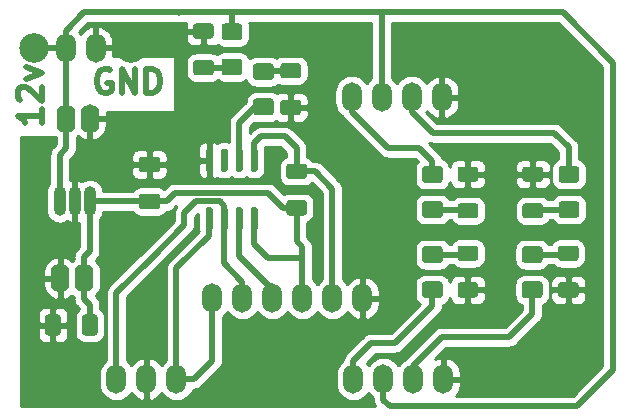
<source format=gbr>
%TF.GenerationSoftware,KiCad,Pcbnew,(5.1.9)-1*%
%TF.CreationDate,2021-03-21T11:51:09-04:00*%
%TF.ProjectId,viparTester,76697061-7254-4657-9374-65722e6b6963,rev?*%
%TF.SameCoordinates,Original*%
%TF.FileFunction,Copper,L1,Top*%
%TF.FilePolarity,Positive*%
%FSLAX46Y46*%
G04 Gerber Fmt 4.6, Leading zero omitted, Abs format (unit mm)*
G04 Created by KiCad (PCBNEW (5.1.9)-1) date 2021-03-21 11:51:09*
%MOMM*%
%LPD*%
G01*
G04 APERTURE LIST*
%TA.AperFunction,NonConductor*%
%ADD10C,0.500000*%
%TD*%
%TA.AperFunction,ComponentPad*%
%ADD11O,1.050000X2.500000*%
%TD*%
%TA.AperFunction,ComponentPad*%
%ADD12O,1.700000X2.500000*%
%TD*%
%TA.AperFunction,ComponentPad*%
%ADD13O,1.600000X2.500000*%
%TD*%
%TA.AperFunction,ViaPad*%
%ADD14C,2.500000*%
%TD*%
%TA.AperFunction,Conductor*%
%ADD15C,0.500000*%
%TD*%
%TA.AperFunction,Conductor*%
%ADD16C,0.254000*%
%TD*%
%TA.AperFunction,Conductor*%
%ADD17C,0.100000*%
%TD*%
G04 APERTURE END LIST*
D10*
X112410761Y-99186857D02*
X112410761Y-100329714D01*
X112410761Y-99758285D02*
X110410761Y-99758285D01*
X110696476Y-99948761D01*
X110886952Y-100139238D01*
X110982190Y-100329714D01*
X110601238Y-98424952D02*
X110506000Y-98329714D01*
X110410761Y-98139238D01*
X110410761Y-97663047D01*
X110506000Y-97472571D01*
X110601238Y-97377333D01*
X110791714Y-97282095D01*
X110982190Y-97282095D01*
X111267904Y-97377333D01*
X112410761Y-98520190D01*
X112410761Y-97282095D01*
X111077428Y-96615428D02*
X112410761Y-96139238D01*
X111077428Y-95663047D01*
X118237190Y-95901000D02*
X118046714Y-95805761D01*
X117761000Y-95805761D01*
X117475285Y-95901000D01*
X117284809Y-96091476D01*
X117189571Y-96281952D01*
X117094333Y-96662904D01*
X117094333Y-96948619D01*
X117189571Y-97329571D01*
X117284809Y-97520047D01*
X117475285Y-97710523D01*
X117761000Y-97805761D01*
X117951476Y-97805761D01*
X118237190Y-97710523D01*
X118332428Y-97615285D01*
X118332428Y-96948619D01*
X117951476Y-96948619D01*
X119189571Y-97805761D02*
X119189571Y-95805761D01*
X120332428Y-97805761D01*
X120332428Y-95805761D01*
X121284809Y-97805761D02*
X121284809Y-95805761D01*
X121761000Y-95805761D01*
X122046714Y-95901000D01*
X122237190Y-96091476D01*
X122332428Y-96281952D01*
X122427666Y-96662904D01*
X122427666Y-96948619D01*
X122332428Y-97329571D01*
X122237190Y-97520047D01*
X122046714Y-97710523D01*
X121761000Y-97805761D01*
X121284809Y-97805761D01*
%TO.P,D1,1*%
%TO.N,Net-(D1-Pad1)*%
%TA.AperFunction,SMDPad,CuDef*%
G36*
G01*
X129149000Y-96343500D02*
X127899000Y-96343500D01*
G75*
G02*
X127649000Y-96093500I0J250000D01*
G01*
X127649000Y-95168500D01*
G75*
G02*
X127899000Y-94918500I250000J0D01*
G01*
X129149000Y-94918500D01*
G75*
G02*
X129399000Y-95168500I0J-250000D01*
G01*
X129399000Y-96093500D01*
G75*
G02*
X129149000Y-96343500I-250000J0D01*
G01*
G37*
%TD.AperFunction*%
%TO.P,D1,2*%
%TO.N,+12V*%
%TA.AperFunction,SMDPad,CuDef*%
G36*
G01*
X129149000Y-93368500D02*
X127899000Y-93368500D01*
G75*
G02*
X127649000Y-93118500I0J250000D01*
G01*
X127649000Y-92193500D01*
G75*
G02*
X127899000Y-91943500I250000J0D01*
G01*
X129149000Y-91943500D01*
G75*
G02*
X129399000Y-92193500I0J-250000D01*
G01*
X129399000Y-93118500D01*
G75*
G02*
X129149000Y-93368500I-250000J0D01*
G01*
G37*
%TD.AperFunction*%
%TD*%
%TO.P,D2,2*%
%TO.N,/EN1*%
%TA.AperFunction,SMDPad,CuDef*%
G36*
G01*
X144875000Y-113770000D02*
X146125000Y-113770000D01*
G75*
G02*
X146375000Y-114020000I0J-250000D01*
G01*
X146375000Y-114945000D01*
G75*
G02*
X146125000Y-115195000I-250000J0D01*
G01*
X144875000Y-115195000D01*
G75*
G02*
X144625000Y-114945000I0J250000D01*
G01*
X144625000Y-114020000D01*
G75*
G02*
X144875000Y-113770000I250000J0D01*
G01*
G37*
%TD.AperFunction*%
%TO.P,D2,1*%
%TO.N,Net-(D2-Pad1)*%
%TA.AperFunction,SMDPad,CuDef*%
G36*
G01*
X144875000Y-110795000D02*
X146125000Y-110795000D01*
G75*
G02*
X146375000Y-111045000I0J-250000D01*
G01*
X146375000Y-111970000D01*
G75*
G02*
X146125000Y-112220000I-250000J0D01*
G01*
X144875000Y-112220000D01*
G75*
G02*
X144625000Y-111970000I0J250000D01*
G01*
X144625000Y-111045000D01*
G75*
G02*
X144875000Y-110795000I250000J0D01*
G01*
G37*
%TD.AperFunction*%
%TD*%
%TO.P,D3,1*%
%TO.N,Net-(D3-Pad1)*%
%TA.AperFunction,SMDPad,CuDef*%
G36*
G01*
X153325000Y-110795000D02*
X154575000Y-110795000D01*
G75*
G02*
X154825000Y-111045000I0J-250000D01*
G01*
X154825000Y-111970000D01*
G75*
G02*
X154575000Y-112220000I-250000J0D01*
G01*
X153325000Y-112220000D01*
G75*
G02*
X153075000Y-111970000I0J250000D01*
G01*
X153075000Y-111045000D01*
G75*
G02*
X153325000Y-110795000I250000J0D01*
G01*
G37*
%TD.AperFunction*%
%TO.P,D3,2*%
%TO.N,/O1*%
%TA.AperFunction,SMDPad,CuDef*%
G36*
G01*
X153325000Y-113770000D02*
X154575000Y-113770000D01*
G75*
G02*
X154825000Y-114020000I0J-250000D01*
G01*
X154825000Y-114945000D01*
G75*
G02*
X154575000Y-115195000I-250000J0D01*
G01*
X153325000Y-115195000D01*
G75*
G02*
X153075000Y-114945000I0J250000D01*
G01*
X153075000Y-114020000D01*
G75*
G02*
X153325000Y-113770000I250000J0D01*
G01*
G37*
%TD.AperFunction*%
%TD*%
%TO.P,D4,2*%
%TO.N,/EN2*%
%TA.AperFunction,SMDPad,CuDef*%
G36*
G01*
X146125000Y-105432000D02*
X144875000Y-105432000D01*
G75*
G02*
X144625000Y-105182000I0J250000D01*
G01*
X144625000Y-104257000D01*
G75*
G02*
X144875000Y-104007000I250000J0D01*
G01*
X146125000Y-104007000D01*
G75*
G02*
X146375000Y-104257000I0J-250000D01*
G01*
X146375000Y-105182000D01*
G75*
G02*
X146125000Y-105432000I-250000J0D01*
G01*
G37*
%TD.AperFunction*%
%TO.P,D4,1*%
%TO.N,Net-(D4-Pad1)*%
%TA.AperFunction,SMDPad,CuDef*%
G36*
G01*
X146125000Y-108407000D02*
X144875000Y-108407000D01*
G75*
G02*
X144625000Y-108157000I0J250000D01*
G01*
X144625000Y-107232000D01*
G75*
G02*
X144875000Y-106982000I250000J0D01*
G01*
X146125000Y-106982000D01*
G75*
G02*
X146375000Y-107232000I0J-250000D01*
G01*
X146375000Y-108157000D01*
G75*
G02*
X146125000Y-108407000I-250000J0D01*
G01*
G37*
%TD.AperFunction*%
%TD*%
%TO.P,D5,1*%
%TO.N,Net-(D5-Pad1)*%
%TA.AperFunction,SMDPad,CuDef*%
G36*
G01*
X157675000Y-108407000D02*
X156425000Y-108407000D01*
G75*
G02*
X156175000Y-108157000I0J250000D01*
G01*
X156175000Y-107232000D01*
G75*
G02*
X156425000Y-106982000I250000J0D01*
G01*
X157675000Y-106982000D01*
G75*
G02*
X157925000Y-107232000I0J-250000D01*
G01*
X157925000Y-108157000D01*
G75*
G02*
X157675000Y-108407000I-250000J0D01*
G01*
G37*
%TD.AperFunction*%
%TO.P,D5,2*%
%TO.N,/O2*%
%TA.AperFunction,SMDPad,CuDef*%
G36*
G01*
X157675000Y-105432000D02*
X156425000Y-105432000D01*
G75*
G02*
X156175000Y-105182000I0J250000D01*
G01*
X156175000Y-104257000D01*
G75*
G02*
X156425000Y-104007000I250000J0D01*
G01*
X157675000Y-104007000D01*
G75*
G02*
X157925000Y-104257000I0J-250000D01*
G01*
X157925000Y-105182000D01*
G75*
G02*
X157675000Y-105432000I-250000J0D01*
G01*
G37*
%TD.AperFunction*%
%TD*%
%TO.P,R1,2*%
%TO.N,GND*%
%TA.AperFunction,SMDPad,CuDef*%
G36*
G01*
X126736000Y-93233000D02*
X125486000Y-93233000D01*
G75*
G02*
X125236000Y-92983000I0J250000D01*
G01*
X125236000Y-92183000D01*
G75*
G02*
X125486000Y-91933000I250000J0D01*
G01*
X126736000Y-91933000D01*
G75*
G02*
X126986000Y-92183000I0J-250000D01*
G01*
X126986000Y-92983000D01*
G75*
G02*
X126736000Y-93233000I-250000J0D01*
G01*
G37*
%TD.AperFunction*%
%TO.P,R1,1*%
%TO.N,Net-(D1-Pad1)*%
%TA.AperFunction,SMDPad,CuDef*%
G36*
G01*
X126736000Y-96333000D02*
X125486000Y-96333000D01*
G75*
G02*
X125236000Y-96083000I0J250000D01*
G01*
X125236000Y-95283000D01*
G75*
G02*
X125486000Y-95033000I250000J0D01*
G01*
X126736000Y-95033000D01*
G75*
G02*
X126986000Y-95283000I0J-250000D01*
G01*
X126986000Y-96083000D01*
G75*
G02*
X126736000Y-96333000I-250000J0D01*
G01*
G37*
%TD.AperFunction*%
%TD*%
%TO.P,R2,2*%
%TO.N,GND*%
%TA.AperFunction,SMDPad,CuDef*%
G36*
G01*
X147875000Y-113850000D02*
X149125000Y-113850000D01*
G75*
G02*
X149375000Y-114100000I0J-250000D01*
G01*
X149375000Y-114900000D01*
G75*
G02*
X149125000Y-115150000I-250000J0D01*
G01*
X147875000Y-115150000D01*
G75*
G02*
X147625000Y-114900000I0J250000D01*
G01*
X147625000Y-114100000D01*
G75*
G02*
X147875000Y-113850000I250000J0D01*
G01*
G37*
%TD.AperFunction*%
%TO.P,R2,1*%
%TO.N,Net-(D2-Pad1)*%
%TA.AperFunction,SMDPad,CuDef*%
G36*
G01*
X147875000Y-110750000D02*
X149125000Y-110750000D01*
G75*
G02*
X149375000Y-111000000I0J-250000D01*
G01*
X149375000Y-111800000D01*
G75*
G02*
X149125000Y-112050000I-250000J0D01*
G01*
X147875000Y-112050000D01*
G75*
G02*
X147625000Y-111800000I0J250000D01*
G01*
X147625000Y-111000000D01*
G75*
G02*
X147875000Y-110750000I250000J0D01*
G01*
G37*
%TD.AperFunction*%
%TD*%
%TO.P,R3,1*%
%TO.N,Net-(D3-Pad1)*%
%TA.AperFunction,SMDPad,CuDef*%
G36*
G01*
X156375000Y-110750000D02*
X157625000Y-110750000D01*
G75*
G02*
X157875000Y-111000000I0J-250000D01*
G01*
X157875000Y-111800000D01*
G75*
G02*
X157625000Y-112050000I-250000J0D01*
G01*
X156375000Y-112050000D01*
G75*
G02*
X156125000Y-111800000I0J250000D01*
G01*
X156125000Y-111000000D01*
G75*
G02*
X156375000Y-110750000I250000J0D01*
G01*
G37*
%TD.AperFunction*%
%TO.P,R3,2*%
%TO.N,GND*%
%TA.AperFunction,SMDPad,CuDef*%
G36*
G01*
X156375000Y-113850000D02*
X157625000Y-113850000D01*
G75*
G02*
X157875000Y-114100000I0J-250000D01*
G01*
X157875000Y-114900000D01*
G75*
G02*
X157625000Y-115150000I-250000J0D01*
G01*
X156375000Y-115150000D01*
G75*
G02*
X156125000Y-114900000I0J250000D01*
G01*
X156125000Y-114100000D01*
G75*
G02*
X156375000Y-113850000I250000J0D01*
G01*
G37*
%TD.AperFunction*%
%TD*%
%TO.P,R4,2*%
%TO.N,GND*%
%TA.AperFunction,SMDPad,CuDef*%
G36*
G01*
X149125000Y-105352000D02*
X147875000Y-105352000D01*
G75*
G02*
X147625000Y-105102000I0J250000D01*
G01*
X147625000Y-104302000D01*
G75*
G02*
X147875000Y-104052000I250000J0D01*
G01*
X149125000Y-104052000D01*
G75*
G02*
X149375000Y-104302000I0J-250000D01*
G01*
X149375000Y-105102000D01*
G75*
G02*
X149125000Y-105352000I-250000J0D01*
G01*
G37*
%TD.AperFunction*%
%TO.P,R4,1*%
%TO.N,Net-(D4-Pad1)*%
%TA.AperFunction,SMDPad,CuDef*%
G36*
G01*
X149125000Y-108452000D02*
X147875000Y-108452000D01*
G75*
G02*
X147625000Y-108202000I0J250000D01*
G01*
X147625000Y-107402000D01*
G75*
G02*
X147875000Y-107152000I250000J0D01*
G01*
X149125000Y-107152000D01*
G75*
G02*
X149375000Y-107402000I0J-250000D01*
G01*
X149375000Y-108202000D01*
G75*
G02*
X149125000Y-108452000I-250000J0D01*
G01*
G37*
%TD.AperFunction*%
%TD*%
%TO.P,R5,1*%
%TO.N,Net-(D5-Pad1)*%
%TA.AperFunction,SMDPad,CuDef*%
G36*
G01*
X154625000Y-108452000D02*
X153375000Y-108452000D01*
G75*
G02*
X153125000Y-108202000I0J250000D01*
G01*
X153125000Y-107402000D01*
G75*
G02*
X153375000Y-107152000I250000J0D01*
G01*
X154625000Y-107152000D01*
G75*
G02*
X154875000Y-107402000I0J-250000D01*
G01*
X154875000Y-108202000D01*
G75*
G02*
X154625000Y-108452000I-250000J0D01*
G01*
G37*
%TD.AperFunction*%
%TO.P,R5,2*%
%TO.N,GND*%
%TA.AperFunction,SMDPad,CuDef*%
G36*
G01*
X154625000Y-105352000D02*
X153375000Y-105352000D01*
G75*
G02*
X153125000Y-105102000I0J250000D01*
G01*
X153125000Y-104302000D01*
G75*
G02*
X153375000Y-104052000I250000J0D01*
G01*
X154625000Y-104052000D01*
G75*
G02*
X154875000Y-104302000I0J-250000D01*
G01*
X154875000Y-105102000D01*
G75*
G02*
X154625000Y-105352000I-250000J0D01*
G01*
G37*
%TD.AperFunction*%
%TD*%
%TO.P,R6,1*%
%TO.N,Net-(C2-Pad1)*%
%TA.AperFunction,SMDPad,CuDef*%
G36*
G01*
X134625000Y-108200000D02*
X133375000Y-108200000D01*
G75*
G02*
X133125000Y-107950000I0J250000D01*
G01*
X133125000Y-107150000D01*
G75*
G02*
X133375000Y-106900000I250000J0D01*
G01*
X134625000Y-106900000D01*
G75*
G02*
X134875000Y-107150000I0J-250000D01*
G01*
X134875000Y-107950000D01*
G75*
G02*
X134625000Y-108200000I-250000J0D01*
G01*
G37*
%TD.AperFunction*%
%TO.P,R6,2*%
%TO.N,Net-(J5-Pad5)*%
%TA.AperFunction,SMDPad,CuDef*%
G36*
G01*
X134625000Y-105100000D02*
X133375000Y-105100000D01*
G75*
G02*
X133125000Y-104850000I0J250000D01*
G01*
X133125000Y-104050000D01*
G75*
G02*
X133375000Y-103800000I250000J0D01*
G01*
X134625000Y-103800000D01*
G75*
G02*
X134875000Y-104050000I0J-250000D01*
G01*
X134875000Y-104850000D01*
G75*
G02*
X134625000Y-105100000I-250000J0D01*
G01*
G37*
%TD.AperFunction*%
%TD*%
D11*
%TO.P,U1,2*%
%TO.N,GND*%
X115230000Y-107000000D03*
%TO.P,U1,3*%
%TO.N,+12V*%
X113960000Y-107000000D03*
%TO.P,U1,1*%
%TO.N,Net-(C2-Pad1)*%
X116500000Y-107000000D03*
%TD*%
%TO.P,U2,1*%
%TO.N,Net-(J5-Pad5)*%
%TA.AperFunction,SMDPad,CuDef*%
G36*
G01*
X130255000Y-102550000D02*
X130555000Y-102550000D01*
G75*
G02*
X130705000Y-102700000I0J-150000D01*
G01*
X130705000Y-104350000D01*
G75*
G02*
X130555000Y-104500000I-150000J0D01*
G01*
X130255000Y-104500000D01*
G75*
G02*
X130105000Y-104350000I0J150000D01*
G01*
X130105000Y-102700000D01*
G75*
G02*
X130255000Y-102550000I150000J0D01*
G01*
G37*
%TD.AperFunction*%
%TO.P,U2,2*%
%TO.N,Net-(D6-Pad2)*%
%TA.AperFunction,SMDPad,CuDef*%
G36*
G01*
X128985000Y-102550000D02*
X129285000Y-102550000D01*
G75*
G02*
X129435000Y-102700000I0J-150000D01*
G01*
X129435000Y-104350000D01*
G75*
G02*
X129285000Y-104500000I-150000J0D01*
G01*
X128985000Y-104500000D01*
G75*
G02*
X128835000Y-104350000I0J150000D01*
G01*
X128835000Y-102700000D01*
G75*
G02*
X128985000Y-102550000I150000J0D01*
G01*
G37*
%TD.AperFunction*%
%TO.P,U2,3*%
%TO.N,Net-(U2-Pad3)*%
%TA.AperFunction,SMDPad,CuDef*%
G36*
G01*
X127715000Y-102550000D02*
X128015000Y-102550000D01*
G75*
G02*
X128165000Y-102700000I0J-150000D01*
G01*
X128165000Y-104350000D01*
G75*
G02*
X128015000Y-104500000I-150000J0D01*
G01*
X127715000Y-104500000D01*
G75*
G02*
X127565000Y-104350000I0J150000D01*
G01*
X127565000Y-102700000D01*
G75*
G02*
X127715000Y-102550000I150000J0D01*
G01*
G37*
%TD.AperFunction*%
%TO.P,U2,4*%
%TO.N,GND*%
%TA.AperFunction,SMDPad,CuDef*%
G36*
G01*
X126445000Y-102550000D02*
X126745000Y-102550000D01*
G75*
G02*
X126895000Y-102700000I0J-150000D01*
G01*
X126895000Y-104350000D01*
G75*
G02*
X126745000Y-104500000I-150000J0D01*
G01*
X126445000Y-104500000D01*
G75*
G02*
X126295000Y-104350000I0J150000D01*
G01*
X126295000Y-102700000D01*
G75*
G02*
X126445000Y-102550000I150000J0D01*
G01*
G37*
%TD.AperFunction*%
%TO.P,U2,5*%
%TO.N,/IN1*%
%TA.AperFunction,SMDPad,CuDef*%
G36*
G01*
X126445000Y-107500000D02*
X126745000Y-107500000D01*
G75*
G02*
X126895000Y-107650000I0J-150000D01*
G01*
X126895000Y-109300000D01*
G75*
G02*
X126745000Y-109450000I-150000J0D01*
G01*
X126445000Y-109450000D01*
G75*
G02*
X126295000Y-109300000I0J150000D01*
G01*
X126295000Y-107650000D01*
G75*
G02*
X126445000Y-107500000I150000J0D01*
G01*
G37*
%TD.AperFunction*%
%TO.P,U2,6*%
%TO.N,/IN2*%
%TA.AperFunction,SMDPad,CuDef*%
G36*
G01*
X127715000Y-107500000D02*
X128015000Y-107500000D01*
G75*
G02*
X128165000Y-107650000I0J-150000D01*
G01*
X128165000Y-109300000D01*
G75*
G02*
X128015000Y-109450000I-150000J0D01*
G01*
X127715000Y-109450000D01*
G75*
G02*
X127565000Y-109300000I0J150000D01*
G01*
X127565000Y-107650000D01*
G75*
G02*
X127715000Y-107500000I150000J0D01*
G01*
G37*
%TD.AperFunction*%
%TO.P,U2,7*%
%TO.N,Net-(J5-Pad3)*%
%TA.AperFunction,SMDPad,CuDef*%
G36*
G01*
X128985000Y-107500000D02*
X129285000Y-107500000D01*
G75*
G02*
X129435000Y-107650000I0J-150000D01*
G01*
X129435000Y-109300000D01*
G75*
G02*
X129285000Y-109450000I-150000J0D01*
G01*
X128985000Y-109450000D01*
G75*
G02*
X128835000Y-109300000I0J150000D01*
G01*
X128835000Y-107650000D01*
G75*
G02*
X128985000Y-107500000I150000J0D01*
G01*
G37*
%TD.AperFunction*%
%TO.P,U2,8*%
%TO.N,Net-(C2-Pad1)*%
%TA.AperFunction,SMDPad,CuDef*%
G36*
G01*
X130255000Y-107500000D02*
X130555000Y-107500000D01*
G75*
G02*
X130705000Y-107650000I0J-150000D01*
G01*
X130705000Y-109300000D01*
G75*
G02*
X130555000Y-109450000I-150000J0D01*
G01*
X130255000Y-109450000D01*
G75*
G02*
X130105000Y-109300000I0J150000D01*
G01*
X130105000Y-107650000D01*
G75*
G02*
X130255000Y-107500000I150000J0D01*
G01*
G37*
%TD.AperFunction*%
%TD*%
D12*
%TO.P,J1,1*%
%TO.N,/IN1*%
X123825000Y-122047000D03*
%TO.P,J1,2*%
%TO.N,GND*%
X121285000Y-122047000D03*
%TO.P,J1,3*%
%TO.N,/IN2*%
X118745000Y-122047000D03*
%TD*%
%TO.P,J2,4*%
%TO.N,/EN2*%
X138684000Y-98171000D03*
%TO.P,J2,3*%
%TO.N,+12V*%
X141224000Y-98171000D03*
%TO.P,J2,2*%
%TO.N,/O2*%
X143764000Y-98171000D03*
%TO.P,J2,1*%
%TO.N,GND*%
X146304000Y-98171000D03*
%TD*%
%TO.P,J3,1*%
%TO.N,GND*%
X117000000Y-94000000D03*
%TO.P,J3,2*%
%TO.N,+12V*%
X114460000Y-94000000D03*
%TD*%
%TO.P,J4,1*%
%TO.N,/EN1*%
X138811000Y-122047000D03*
%TO.P,J4,2*%
%TO.N,+12V*%
X141351000Y-122047000D03*
%TO.P,J4,3*%
%TO.N,/O1*%
X143891000Y-122047000D03*
%TO.P,J4,4*%
%TO.N,GND*%
X146431000Y-122047000D03*
%TD*%
%TO.P,J5,1*%
%TO.N,/IN1*%
X126873000Y-115189000D03*
%TO.P,J5,2*%
%TO.N,/IN2*%
X129413000Y-115189000D03*
%TO.P,J5,3*%
%TO.N,Net-(J5-Pad3)*%
X131953000Y-115189000D03*
%TO.P,J5,4*%
%TO.N,Net-(C2-Pad1)*%
X134493000Y-115189000D03*
%TO.P,J5,5*%
%TO.N,Net-(J5-Pad5)*%
X137033000Y-115189000D03*
%TO.P,J5,6*%
%TO.N,GND*%
X139573000Y-115189000D03*
%TD*%
%TO.P,D6,1*%
%TO.N,Net-(D6-Pad1)*%
%TA.AperFunction,SMDPad,CuDef*%
G36*
G01*
X130570001Y-95312500D02*
X131820001Y-95312500D01*
G75*
G02*
X132070001Y-95562500I0J-250000D01*
G01*
X132070001Y-96487500D01*
G75*
G02*
X131820001Y-96737500I-250000J0D01*
G01*
X130570001Y-96737500D01*
G75*
G02*
X130320001Y-96487500I0J250000D01*
G01*
X130320001Y-95562500D01*
G75*
G02*
X130570001Y-95312500I250000J0D01*
G01*
G37*
%TD.AperFunction*%
%TO.P,D6,2*%
%TO.N,Net-(D6-Pad2)*%
%TA.AperFunction,SMDPad,CuDef*%
G36*
G01*
X130570001Y-98287500D02*
X131820001Y-98287500D01*
G75*
G02*
X132070001Y-98537500I0J-250000D01*
G01*
X132070001Y-99462500D01*
G75*
G02*
X131820001Y-99712500I-250000J0D01*
G01*
X130570001Y-99712500D01*
G75*
G02*
X130320001Y-99462500I0J250000D01*
G01*
X130320001Y-98537500D01*
G75*
G02*
X130570001Y-98287500I250000J0D01*
G01*
G37*
%TD.AperFunction*%
%TD*%
%TO.P,R7,1*%
%TO.N,Net-(D6-Pad1)*%
%TA.AperFunction,SMDPad,CuDef*%
G36*
G01*
X132875000Y-95300000D02*
X134125000Y-95300000D01*
G75*
G02*
X134375000Y-95550000I0J-250000D01*
G01*
X134375000Y-96350000D01*
G75*
G02*
X134125000Y-96600000I-250000J0D01*
G01*
X132875000Y-96600000D01*
G75*
G02*
X132625000Y-96350000I0J250000D01*
G01*
X132625000Y-95550000D01*
G75*
G02*
X132875000Y-95300000I250000J0D01*
G01*
G37*
%TD.AperFunction*%
%TO.P,R7,2*%
%TO.N,GND*%
%TA.AperFunction,SMDPad,CuDef*%
G36*
G01*
X132875000Y-98400000D02*
X134125000Y-98400000D01*
G75*
G02*
X134375000Y-98650000I0J-250000D01*
G01*
X134375000Y-99450000D01*
G75*
G02*
X134125000Y-99700000I-250000J0D01*
G01*
X132875000Y-99700000D01*
G75*
G02*
X132625000Y-99450000I0J250000D01*
G01*
X132625000Y-98650000D01*
G75*
G02*
X132875000Y-98400000I250000J0D01*
G01*
G37*
%TD.AperFunction*%
%TD*%
D13*
%TO.P,C1,1*%
%TO.N,+12V*%
X114500000Y-100000000D03*
%TO.P,C1,2*%
%TO.N,GND*%
X116500000Y-100000000D03*
%TD*%
%TO.P,C2,2*%
%TO.N,GND*%
X114000000Y-113500000D03*
%TO.P,C2,1*%
%TO.N,Net-(C2-Pad1)*%
X116000000Y-113500000D03*
%TD*%
%TO.P,C3,1*%
%TO.N,Net-(C2-Pad1)*%
%TA.AperFunction,SMDPad,CuDef*%
G36*
G01*
X117160000Y-116824999D02*
X117160000Y-118125001D01*
G75*
G02*
X116910001Y-118375000I-249999J0D01*
G01*
X116084999Y-118375000D01*
G75*
G02*
X115835000Y-118125001I0J249999D01*
G01*
X115835000Y-116824999D01*
G75*
G02*
X116084999Y-116575000I249999J0D01*
G01*
X116910001Y-116575000D01*
G75*
G02*
X117160000Y-116824999I0J-249999D01*
G01*
G37*
%TD.AperFunction*%
%TO.P,C3,2*%
%TO.N,GND*%
%TA.AperFunction,SMDPad,CuDef*%
G36*
G01*
X114035000Y-116824999D02*
X114035000Y-118125001D01*
G75*
G02*
X113785001Y-118375000I-249999J0D01*
G01*
X112959999Y-118375000D01*
G75*
G02*
X112710000Y-118125001I0J249999D01*
G01*
X112710000Y-116824999D01*
G75*
G02*
X112959999Y-116575000I249999J0D01*
G01*
X113785001Y-116575000D01*
G75*
G02*
X114035000Y-116824999I0J-249999D01*
G01*
G37*
%TD.AperFunction*%
%TD*%
%TO.P,C4,2*%
%TO.N,GND*%
%TA.AperFunction,SMDPad,CuDef*%
G36*
G01*
X122189001Y-104548500D02*
X120888999Y-104548500D01*
G75*
G02*
X120639000Y-104298501I0J249999D01*
G01*
X120639000Y-103473499D01*
G75*
G02*
X120888999Y-103223500I249999J0D01*
G01*
X122189001Y-103223500D01*
G75*
G02*
X122439000Y-103473499I0J-249999D01*
G01*
X122439000Y-104298501D01*
G75*
G02*
X122189001Y-104548500I-249999J0D01*
G01*
G37*
%TD.AperFunction*%
%TO.P,C4,1*%
%TO.N,Net-(C2-Pad1)*%
%TA.AperFunction,SMDPad,CuDef*%
G36*
G01*
X122189001Y-107673500D02*
X120888999Y-107673500D01*
G75*
G02*
X120639000Y-107423501I0J249999D01*
G01*
X120639000Y-106598499D01*
G75*
G02*
X120888999Y-106348500I249999J0D01*
G01*
X122189001Y-106348500D01*
G75*
G02*
X122439000Y-106598499I0J-249999D01*
G01*
X122439000Y-107423501D01*
G75*
G02*
X122189001Y-107673500I-249999J0D01*
G01*
G37*
%TD.AperFunction*%
%TD*%
D14*
%TO.N,GND*%
X120015000Y-93980000D03*
%TO.N,+12V*%
X111760000Y-93980000D03*
%TD*%
D15*
%TO.N,+12V*%
X114460000Y-92540000D02*
X116000000Y-91000000D01*
X114460000Y-94000000D02*
X114460000Y-92540000D01*
X114460000Y-99960000D02*
X114500000Y-100000000D01*
X114460000Y-94000000D02*
X114460000Y-99960000D01*
X116000000Y-91000000D02*
X121500000Y-91000000D01*
X113960000Y-107000000D02*
X113960000Y-103040000D01*
X114500000Y-102500000D02*
X114500000Y-100000000D01*
X113960000Y-103040000D02*
X114500000Y-102500000D01*
X160782000Y-121285000D02*
X160782000Y-95250000D01*
X157734000Y-124333000D02*
X160782000Y-121285000D01*
X141351000Y-123797000D02*
X141887000Y-124333000D01*
X160782000Y-95250000D02*
X156532000Y-91000000D01*
X141887000Y-124333000D02*
X157734000Y-124333000D01*
X141351000Y-122047000D02*
X141351000Y-123797000D01*
X141224000Y-91059000D02*
X141165000Y-91000000D01*
X141224000Y-98171000D02*
X141224000Y-91059000D01*
X141165000Y-91000000D02*
X136212000Y-91000000D01*
X156532000Y-91000000D02*
X141165000Y-91000000D01*
X124040000Y-91020000D02*
X124020000Y-91000000D01*
X124020000Y-91000000D02*
X127000000Y-91000000D01*
X121500000Y-91000000D02*
X124020000Y-91000000D01*
X114440000Y-93980000D02*
X114460000Y-94000000D01*
X111760000Y-93980000D02*
X114440000Y-93980000D01*
X128524000Y-91059000D02*
X128583000Y-91000000D01*
X128524000Y-92656000D02*
X128524000Y-91059000D01*
X128583000Y-91000000D02*
X127000000Y-91000000D01*
X136212000Y-91000000D02*
X128583000Y-91000000D01*
%TO.N,Net-(C2-Pad1)*%
X116000000Y-111725000D02*
X116225000Y-111500000D01*
X116000000Y-113500000D02*
X116000000Y-111725000D01*
X116500000Y-111225000D02*
X116225000Y-111500000D01*
X116500000Y-107000000D02*
X116500000Y-111225000D01*
X123700010Y-106299990D02*
X123000000Y-107000000D01*
X131572990Y-106299990D02*
X123700010Y-106299990D01*
X132823000Y-107550000D02*
X131572990Y-106299990D01*
X134000000Y-107550000D02*
X132823000Y-107550000D01*
X134000000Y-107550000D02*
X134000000Y-110378000D01*
X134000000Y-110378000D02*
X134493000Y-110871000D01*
X130405000Y-110593000D02*
X131572000Y-111760000D01*
X130405000Y-108475000D02*
X130405000Y-110593000D01*
X134493000Y-111760000D02*
X134493000Y-115189000D01*
X131572000Y-111760000D02*
X134493000Y-111760000D01*
X134493000Y-110871000D02*
X134493000Y-111760000D01*
X121550000Y-107000000D02*
X121539000Y-107011000D01*
X123000000Y-107000000D02*
X121550000Y-107000000D01*
X121528000Y-107000000D02*
X121539000Y-107011000D01*
X116500000Y-107000000D02*
X121528000Y-107000000D01*
X116000000Y-113500000D02*
X116000000Y-115238000D01*
X116497500Y-115735500D02*
X116497500Y-117475000D01*
X116000000Y-115238000D02*
X116497500Y-115735500D01*
%TO.N,Net-(D1-Pad1)*%
X128472000Y-95683000D02*
X128524000Y-95631000D01*
X126111000Y-95683000D02*
X128472000Y-95683000D01*
%TO.N,/EN1*%
X138811000Y-122047000D02*
X138811000Y-120523000D01*
X138811000Y-120523000D02*
X140335000Y-118999000D01*
X140335000Y-118999000D02*
X142367000Y-118999000D01*
X145500000Y-115866000D02*
X145500000Y-114482500D01*
X142367000Y-118999000D02*
X145500000Y-115866000D01*
%TO.N,Net-(D2-Pad1)*%
X148392500Y-111507500D02*
X148500000Y-111400000D01*
X145500000Y-111507500D02*
X148392500Y-111507500D01*
%TO.N,Net-(D3-Pad1)*%
X156892500Y-111507500D02*
X157000000Y-111400000D01*
X153950000Y-111507500D02*
X156892500Y-111507500D01*
%TO.N,/O1*%
X153950000Y-116550000D02*
X153950000Y-114482500D01*
X152000000Y-118500000D02*
X153950000Y-116550000D01*
X143891000Y-122047000D02*
X143891000Y-120904000D01*
X146295000Y-118500000D02*
X152000000Y-118500000D01*
X143891000Y-120904000D02*
X146295000Y-118500000D01*
%TO.N,/EN2*%
X138684000Y-98171000D02*
X138684000Y-99441000D01*
X138684000Y-99441000D02*
X141732000Y-102489000D01*
X141732000Y-102489000D02*
X144399000Y-102489000D01*
X145500000Y-103590000D02*
X145500000Y-104719500D01*
X144399000Y-102489000D02*
X145500000Y-103590000D01*
%TO.N,Net-(D4-Pad1)*%
X148392500Y-107694500D02*
X148500000Y-107802000D01*
X145500000Y-107694500D02*
X148392500Y-107694500D01*
%TO.N,Net-(D5-Pad1)*%
X154107500Y-107694500D02*
X154000000Y-107802000D01*
X157050000Y-107694500D02*
X154107500Y-107694500D01*
%TO.N,/O2*%
X143764000Y-98171000D02*
X143764000Y-99441000D01*
X143764000Y-99441000D02*
X145542000Y-101219000D01*
X145542000Y-101219000D02*
X155829000Y-101219000D01*
X157050000Y-102440000D02*
X157050000Y-104719500D01*
X155829000Y-101219000D02*
X157050000Y-102440000D01*
%TO.N,/IN1*%
X126595000Y-108475000D02*
X126595000Y-109905000D01*
X123825000Y-112675000D02*
X123901500Y-112598500D01*
X123825000Y-122047000D02*
X123825000Y-112675000D01*
X126595000Y-109905000D02*
X123901500Y-112598500D01*
X125349000Y-122047000D02*
X123825000Y-122047000D01*
X126873000Y-120523000D02*
X125349000Y-122047000D01*
X126873000Y-115189000D02*
X126873000Y-120523000D01*
%TO.N,/IN2*%
X124500000Y-109000000D02*
X124500000Y-108000000D01*
X124500000Y-108000000D02*
X125500000Y-107000000D01*
X127500000Y-107000000D02*
X125500000Y-107000000D01*
X127865000Y-107365000D02*
X127500000Y-107000000D01*
X127865000Y-108475000D02*
X127865000Y-107365000D01*
X118745000Y-114755000D02*
X121639500Y-111860500D01*
X118745000Y-122047000D02*
X118745000Y-114755000D01*
X121639500Y-111860500D02*
X124500000Y-109000000D01*
X127865000Y-108475000D02*
X127865000Y-112244000D01*
X129413000Y-113792000D02*
X129413000Y-115189000D01*
X127865000Y-112244000D02*
X129413000Y-113792000D01*
%TO.N,Net-(J5-Pad5)*%
X130405000Y-103525000D02*
X130405000Y-102095000D01*
X130405000Y-102095000D02*
X131000000Y-101500000D01*
X131000000Y-101500000D02*
X133000000Y-101500000D01*
X134000000Y-102500000D02*
X134000000Y-104450000D01*
X133000000Y-101500000D02*
X134000000Y-102500000D01*
X135550000Y-104450000D02*
X134000000Y-104450000D01*
X137033000Y-105933000D02*
X135550000Y-104450000D01*
X137033000Y-115189000D02*
X137033000Y-105933000D01*
%TO.N,Net-(D6-Pad1)*%
X131270001Y-95950000D02*
X131195001Y-96025000D01*
X133500000Y-95950000D02*
X131270001Y-95950000D01*
%TO.N,Net-(D6-Pad2)*%
X131195001Y-99000000D02*
X130500000Y-99000000D01*
X129135000Y-100365000D02*
X129135000Y-103525000D01*
X130500000Y-99000000D02*
X129135000Y-100365000D01*
%TO.N,Net-(J5-Pad3)*%
X129135000Y-111635000D02*
X129135000Y-108475000D01*
X131953000Y-114453000D02*
X129135000Y-111635000D01*
X131953000Y-115189000D02*
X131953000Y-114453000D01*
%TD*%
D16*
%TO.N,GND*%
X123866510Y-91892194D02*
X124039999Y-91909281D01*
X124213489Y-91892194D01*
X124237204Y-91885000D01*
X124602655Y-91885000D01*
X124597928Y-91933000D01*
X124601000Y-92297250D01*
X124759750Y-92456000D01*
X125984000Y-92456000D01*
X125984000Y-92436000D01*
X126238000Y-92436000D01*
X126238000Y-92456000D01*
X126258000Y-92456000D01*
X126258000Y-92710000D01*
X126238000Y-92710000D01*
X126238000Y-93709250D01*
X126396750Y-93868000D01*
X126986000Y-93871072D01*
X127110482Y-93858812D01*
X127230180Y-93822502D01*
X127311033Y-93779285D01*
X127405614Y-93856905D01*
X127559150Y-93938972D01*
X127725746Y-93989508D01*
X127899000Y-94006572D01*
X129149000Y-94006572D01*
X129322254Y-93989508D01*
X129488850Y-93938972D01*
X129642386Y-93856905D01*
X129776962Y-93746462D01*
X129887405Y-93611886D01*
X129969472Y-93458350D01*
X130020008Y-93291754D01*
X130037072Y-93118500D01*
X130037072Y-92193500D01*
X130020008Y-92020246D01*
X129978982Y-91885000D01*
X140339001Y-91885000D01*
X140339000Y-96576241D01*
X140168866Y-96715866D01*
X139983294Y-96941986D01*
X139954000Y-96996791D01*
X139924706Y-96941986D01*
X139739134Y-96715866D01*
X139513014Y-96530294D01*
X139255034Y-96392401D01*
X138975111Y-96307487D01*
X138684000Y-96278815D01*
X138392890Y-96307487D01*
X138112967Y-96392401D01*
X137854987Y-96530294D01*
X137628866Y-96715866D01*
X137443294Y-96941986D01*
X137305401Y-97199966D01*
X137220487Y-97479889D01*
X137199000Y-97698050D01*
X137199000Y-98643949D01*
X137220487Y-98862110D01*
X137305401Y-99142033D01*
X137443294Y-99400013D01*
X137628866Y-99626134D01*
X137854986Y-99811706D01*
X137888125Y-99829419D01*
X137944590Y-99935059D01*
X138027468Y-100036046D01*
X138027471Y-100036049D01*
X138055184Y-100069817D01*
X138088951Y-100097529D01*
X141075470Y-103084049D01*
X141103183Y-103117817D01*
X141136951Y-103145530D01*
X141136953Y-103145532D01*
X141150357Y-103156532D01*
X141237941Y-103228411D01*
X141391687Y-103310589D01*
X141507903Y-103345843D01*
X141558509Y-103361195D01*
X141573306Y-103362652D01*
X141688523Y-103374000D01*
X141688531Y-103374000D01*
X141732000Y-103378281D01*
X141775469Y-103374000D01*
X144032422Y-103374000D01*
X144269239Y-103610818D01*
X144247038Y-103629038D01*
X144136595Y-103763614D01*
X144054528Y-103917150D01*
X144003992Y-104083746D01*
X143986928Y-104257000D01*
X143986928Y-105182000D01*
X144003992Y-105355254D01*
X144054528Y-105521850D01*
X144136595Y-105675386D01*
X144247038Y-105809962D01*
X144381614Y-105920405D01*
X144535150Y-106002472D01*
X144701746Y-106053008D01*
X144875000Y-106070072D01*
X146125000Y-106070072D01*
X146298254Y-106053008D01*
X146464850Y-106002472D01*
X146618386Y-105920405D01*
X146752962Y-105809962D01*
X146863405Y-105675386D01*
X146945472Y-105521850D01*
X146989395Y-105377053D01*
X146999188Y-105476482D01*
X147035498Y-105596180D01*
X147094463Y-105706494D01*
X147173815Y-105803185D01*
X147270506Y-105882537D01*
X147380820Y-105941502D01*
X147500518Y-105977812D01*
X147625000Y-105990072D01*
X148214250Y-105987000D01*
X148373000Y-105828250D01*
X148373000Y-104829000D01*
X148627000Y-104829000D01*
X148627000Y-105828250D01*
X148785750Y-105987000D01*
X149375000Y-105990072D01*
X149499482Y-105977812D01*
X149619180Y-105941502D01*
X149729494Y-105882537D01*
X149826185Y-105803185D01*
X149905537Y-105706494D01*
X149964502Y-105596180D01*
X150000812Y-105476482D01*
X150013072Y-105352000D01*
X152486928Y-105352000D01*
X152499188Y-105476482D01*
X152535498Y-105596180D01*
X152594463Y-105706494D01*
X152673815Y-105803185D01*
X152770506Y-105882537D01*
X152880820Y-105941502D01*
X153000518Y-105977812D01*
X153125000Y-105990072D01*
X153714250Y-105987000D01*
X153873000Y-105828250D01*
X153873000Y-104829000D01*
X154127000Y-104829000D01*
X154127000Y-105828250D01*
X154285750Y-105987000D01*
X154875000Y-105990072D01*
X154999482Y-105977812D01*
X155119180Y-105941502D01*
X155229494Y-105882537D01*
X155326185Y-105803185D01*
X155405537Y-105706494D01*
X155464502Y-105596180D01*
X155500812Y-105476482D01*
X155513072Y-105352000D01*
X155510000Y-104987750D01*
X155351250Y-104829000D01*
X154127000Y-104829000D01*
X153873000Y-104829000D01*
X152648750Y-104829000D01*
X152490000Y-104987750D01*
X152486928Y-105352000D01*
X150013072Y-105352000D01*
X150010000Y-104987750D01*
X149851250Y-104829000D01*
X148627000Y-104829000D01*
X148373000Y-104829000D01*
X148353000Y-104829000D01*
X148353000Y-104575000D01*
X148373000Y-104575000D01*
X148373000Y-103575750D01*
X148627000Y-103575750D01*
X148627000Y-104575000D01*
X149851250Y-104575000D01*
X150010000Y-104416250D01*
X150013072Y-104052000D01*
X152486928Y-104052000D01*
X152490000Y-104416250D01*
X152648750Y-104575000D01*
X153873000Y-104575000D01*
X153873000Y-103575750D01*
X154127000Y-103575750D01*
X154127000Y-104575000D01*
X155351250Y-104575000D01*
X155510000Y-104416250D01*
X155513072Y-104052000D01*
X155500812Y-103927518D01*
X155464502Y-103807820D01*
X155405537Y-103697506D01*
X155326185Y-103600815D01*
X155229494Y-103521463D01*
X155119180Y-103462498D01*
X154999482Y-103426188D01*
X154875000Y-103413928D01*
X154285750Y-103417000D01*
X154127000Y-103575750D01*
X153873000Y-103575750D01*
X153714250Y-103417000D01*
X153125000Y-103413928D01*
X153000518Y-103426188D01*
X152880820Y-103462498D01*
X152770506Y-103521463D01*
X152673815Y-103600815D01*
X152594463Y-103697506D01*
X152535498Y-103807820D01*
X152499188Y-103927518D01*
X152486928Y-104052000D01*
X150013072Y-104052000D01*
X150000812Y-103927518D01*
X149964502Y-103807820D01*
X149905537Y-103697506D01*
X149826185Y-103600815D01*
X149729494Y-103521463D01*
X149619180Y-103462498D01*
X149499482Y-103426188D01*
X149375000Y-103413928D01*
X148785750Y-103417000D01*
X148627000Y-103575750D01*
X148373000Y-103575750D01*
X148214250Y-103417000D01*
X147625000Y-103413928D01*
X147500518Y-103426188D01*
X147380820Y-103462498D01*
X147270506Y-103521463D01*
X147173815Y-103600815D01*
X147094463Y-103697506D01*
X147035498Y-103807820D01*
X146999188Y-103927518D01*
X146986928Y-104052000D01*
X146986944Y-104053865D01*
X146945472Y-103917150D01*
X146863405Y-103763614D01*
X146752962Y-103629038D01*
X146618386Y-103518595D01*
X146464850Y-103436528D01*
X146369493Y-103407602D01*
X146321589Y-103249687D01*
X146239411Y-103095941D01*
X146128817Y-102961183D01*
X146095050Y-102933471D01*
X145202376Y-102040798D01*
X145368510Y-102091195D01*
X145498523Y-102104000D01*
X145498531Y-102104000D01*
X145542000Y-102108281D01*
X145585469Y-102104000D01*
X155462422Y-102104000D01*
X156165000Y-102806579D01*
X156165000Y-103412306D01*
X156085150Y-103436528D01*
X155931614Y-103518595D01*
X155797038Y-103629038D01*
X155686595Y-103763614D01*
X155604528Y-103917150D01*
X155553992Y-104083746D01*
X155536928Y-104257000D01*
X155536928Y-105182000D01*
X155553992Y-105355254D01*
X155604528Y-105521850D01*
X155686595Y-105675386D01*
X155797038Y-105809962D01*
X155931614Y-105920405D01*
X156085150Y-106002472D01*
X156251746Y-106053008D01*
X156425000Y-106070072D01*
X157675000Y-106070072D01*
X157848254Y-106053008D01*
X158014850Y-106002472D01*
X158168386Y-105920405D01*
X158302962Y-105809962D01*
X158413405Y-105675386D01*
X158495472Y-105521850D01*
X158546008Y-105355254D01*
X158563072Y-105182000D01*
X158563072Y-104257000D01*
X158546008Y-104083746D01*
X158495472Y-103917150D01*
X158413405Y-103763614D01*
X158302962Y-103629038D01*
X158168386Y-103518595D01*
X158014850Y-103436528D01*
X157935000Y-103412306D01*
X157935000Y-102483469D01*
X157939281Y-102440000D01*
X157935000Y-102396531D01*
X157935000Y-102396523D01*
X157922195Y-102266510D01*
X157871589Y-102099687D01*
X157789411Y-101945941D01*
X157745096Y-101891943D01*
X157706532Y-101844953D01*
X157706530Y-101844951D01*
X157678817Y-101811183D01*
X157645050Y-101783471D01*
X156485534Y-100623956D01*
X156457817Y-100590183D01*
X156323059Y-100479589D01*
X156169313Y-100397411D01*
X156002490Y-100346805D01*
X155872477Y-100334000D01*
X155872469Y-100334000D01*
X155829000Y-100329719D01*
X155785531Y-100334000D01*
X145908579Y-100334000D01*
X144991132Y-99416554D01*
X145004706Y-99400014D01*
X145035895Y-99341663D01*
X145139824Y-99501619D01*
X145343748Y-99710857D01*
X145584574Y-99876291D01*
X145853047Y-99991563D01*
X145947110Y-100012476D01*
X146177000Y-99891155D01*
X146177000Y-98298000D01*
X146431000Y-98298000D01*
X146431000Y-99891155D01*
X146660890Y-100012476D01*
X146754953Y-99991563D01*
X147023426Y-99876291D01*
X147264252Y-99710857D01*
X147468176Y-99501619D01*
X147627361Y-99256618D01*
X147735690Y-98985269D01*
X147789000Y-98698000D01*
X147789000Y-98298000D01*
X146431000Y-98298000D01*
X146177000Y-98298000D01*
X146157000Y-98298000D01*
X146157000Y-98044000D01*
X146177000Y-98044000D01*
X146177000Y-96450845D01*
X146431000Y-96450845D01*
X146431000Y-98044000D01*
X147789000Y-98044000D01*
X147789000Y-97644000D01*
X147735690Y-97356731D01*
X147627361Y-97085382D01*
X147468176Y-96840381D01*
X147264252Y-96631143D01*
X147023426Y-96465709D01*
X146754953Y-96350437D01*
X146660890Y-96329524D01*
X146431000Y-96450845D01*
X146177000Y-96450845D01*
X145947110Y-96329524D01*
X145853047Y-96350437D01*
X145584574Y-96465709D01*
X145343748Y-96631143D01*
X145139824Y-96840381D01*
X145035895Y-97000337D01*
X145004706Y-96941986D01*
X144819134Y-96715866D01*
X144593014Y-96530294D01*
X144335034Y-96392401D01*
X144055111Y-96307487D01*
X143764000Y-96278815D01*
X143472890Y-96307487D01*
X143192967Y-96392401D01*
X142934987Y-96530294D01*
X142708866Y-96715866D01*
X142523294Y-96941986D01*
X142494000Y-96996791D01*
X142464706Y-96941986D01*
X142279134Y-96715866D01*
X142109000Y-96576241D01*
X142109000Y-91885000D01*
X156165422Y-91885000D01*
X159897001Y-95616580D01*
X159897000Y-120918421D01*
X157367422Y-123448000D01*
X147526582Y-123448000D01*
X147595176Y-123377619D01*
X147754361Y-123132618D01*
X147862690Y-122861269D01*
X147916000Y-122574000D01*
X147916000Y-122174000D01*
X146558000Y-122174000D01*
X146558000Y-122194000D01*
X146304000Y-122194000D01*
X146304000Y-122174000D01*
X146284000Y-122174000D01*
X146284000Y-121920000D01*
X146304000Y-121920000D01*
X146304000Y-120326845D01*
X146558000Y-120326845D01*
X146558000Y-121920000D01*
X147916000Y-121920000D01*
X147916000Y-121520000D01*
X147862690Y-121232731D01*
X147754361Y-120961382D01*
X147595176Y-120716381D01*
X147391252Y-120507143D01*
X147150426Y-120341709D01*
X146881953Y-120226437D01*
X146787890Y-120205524D01*
X146558000Y-120326845D01*
X146304000Y-120326845D01*
X146074110Y-120205524D01*
X145980047Y-120226437D01*
X145711574Y-120341709D01*
X145690158Y-120356421D01*
X146661579Y-119385000D01*
X151956531Y-119385000D01*
X152000000Y-119389281D01*
X152043469Y-119385000D01*
X152043477Y-119385000D01*
X152173490Y-119372195D01*
X152340313Y-119321589D01*
X152494059Y-119239411D01*
X152628817Y-119128817D01*
X152656534Y-119095044D01*
X154545050Y-117206529D01*
X154578817Y-117178817D01*
X154689411Y-117044059D01*
X154771589Y-116890313D01*
X154822195Y-116723490D01*
X154835000Y-116593477D01*
X154835000Y-116593467D01*
X154839281Y-116550001D01*
X154835000Y-116506535D01*
X154835000Y-115789694D01*
X154914850Y-115765472D01*
X155068386Y-115683405D01*
X155202962Y-115572962D01*
X155313405Y-115438386D01*
X155395472Y-115284850D01*
X155436378Y-115150000D01*
X155486928Y-115150000D01*
X155499188Y-115274482D01*
X155535498Y-115394180D01*
X155594463Y-115504494D01*
X155673815Y-115601185D01*
X155770506Y-115680537D01*
X155880820Y-115739502D01*
X156000518Y-115775812D01*
X156125000Y-115788072D01*
X156714250Y-115785000D01*
X156873000Y-115626250D01*
X156873000Y-114627000D01*
X157127000Y-114627000D01*
X157127000Y-115626250D01*
X157285750Y-115785000D01*
X157875000Y-115788072D01*
X157999482Y-115775812D01*
X158119180Y-115739502D01*
X158229494Y-115680537D01*
X158326185Y-115601185D01*
X158405537Y-115504494D01*
X158464502Y-115394180D01*
X158500812Y-115274482D01*
X158513072Y-115150000D01*
X158510000Y-114785750D01*
X158351250Y-114627000D01*
X157127000Y-114627000D01*
X156873000Y-114627000D01*
X155648750Y-114627000D01*
X155490000Y-114785750D01*
X155486928Y-115150000D01*
X155436378Y-115150000D01*
X155446008Y-115118254D01*
X155463072Y-114945000D01*
X155463072Y-114020000D01*
X155446329Y-113850000D01*
X155486928Y-113850000D01*
X155490000Y-114214250D01*
X155648750Y-114373000D01*
X156873000Y-114373000D01*
X156873000Y-113373750D01*
X157127000Y-113373750D01*
X157127000Y-114373000D01*
X158351250Y-114373000D01*
X158510000Y-114214250D01*
X158513072Y-113850000D01*
X158500812Y-113725518D01*
X158464502Y-113605820D01*
X158405537Y-113495506D01*
X158326185Y-113398815D01*
X158229494Y-113319463D01*
X158119180Y-113260498D01*
X157999482Y-113224188D01*
X157875000Y-113211928D01*
X157285750Y-113215000D01*
X157127000Y-113373750D01*
X156873000Y-113373750D01*
X156714250Y-113215000D01*
X156125000Y-113211928D01*
X156000518Y-113224188D01*
X155880820Y-113260498D01*
X155770506Y-113319463D01*
X155673815Y-113398815D01*
X155594463Y-113495506D01*
X155535498Y-113605820D01*
X155499188Y-113725518D01*
X155486928Y-113850000D01*
X155446329Y-113850000D01*
X155446008Y-113846746D01*
X155395472Y-113680150D01*
X155313405Y-113526614D01*
X155202962Y-113392038D01*
X155068386Y-113281595D01*
X154914850Y-113199528D01*
X154748254Y-113148992D01*
X154575000Y-113131928D01*
X153325000Y-113131928D01*
X153151746Y-113148992D01*
X152985150Y-113199528D01*
X152831614Y-113281595D01*
X152697038Y-113392038D01*
X152586595Y-113526614D01*
X152504528Y-113680150D01*
X152453992Y-113846746D01*
X152436928Y-114020000D01*
X152436928Y-114945000D01*
X152453992Y-115118254D01*
X152504528Y-115284850D01*
X152586595Y-115438386D01*
X152697038Y-115572962D01*
X152831614Y-115683405D01*
X152985150Y-115765472D01*
X153065000Y-115789694D01*
X153065000Y-116183421D01*
X151633422Y-117615000D01*
X146338465Y-117615000D01*
X146294999Y-117610719D01*
X146251533Y-117615000D01*
X146251523Y-117615000D01*
X146121510Y-117627805D01*
X145954687Y-117678411D01*
X145800941Y-117760589D01*
X145800939Y-117760590D01*
X145800940Y-117760590D01*
X145699953Y-117843468D01*
X145699951Y-117843470D01*
X145666183Y-117871183D01*
X145638470Y-117904951D01*
X143295951Y-120247471D01*
X143262184Y-120275183D01*
X143234471Y-120308951D01*
X143234468Y-120308954D01*
X143226944Y-120318122D01*
X143061986Y-120406294D01*
X142835866Y-120591866D01*
X142650294Y-120817987D01*
X142621000Y-120872792D01*
X142591706Y-120817986D01*
X142406134Y-120591866D01*
X142180013Y-120406294D01*
X141922033Y-120268401D01*
X141642110Y-120183487D01*
X141351000Y-120154815D01*
X141059889Y-120183487D01*
X140779966Y-120268401D01*
X140521986Y-120406294D01*
X140295866Y-120591866D01*
X140110294Y-120817987D01*
X140081000Y-120872792D01*
X140051706Y-120817986D01*
X139923640Y-120661938D01*
X140701579Y-119884000D01*
X142323531Y-119884000D01*
X142367000Y-119888281D01*
X142410469Y-119884000D01*
X142410477Y-119884000D01*
X142540490Y-119871195D01*
X142707313Y-119820589D01*
X142861059Y-119738411D01*
X142995817Y-119627817D01*
X143023534Y-119594044D01*
X146095050Y-116522529D01*
X146128817Y-116494817D01*
X146239411Y-116360059D01*
X146321589Y-116206313D01*
X146372195Y-116039490D01*
X146385000Y-115909477D01*
X146385000Y-115909467D01*
X146389281Y-115866001D01*
X146385000Y-115822535D01*
X146385000Y-115789694D01*
X146464850Y-115765472D01*
X146618386Y-115683405D01*
X146752962Y-115572962D01*
X146863405Y-115438386D01*
X146945472Y-115284850D01*
X146986944Y-115148135D01*
X146986928Y-115150000D01*
X146999188Y-115274482D01*
X147035498Y-115394180D01*
X147094463Y-115504494D01*
X147173815Y-115601185D01*
X147270506Y-115680537D01*
X147380820Y-115739502D01*
X147500518Y-115775812D01*
X147625000Y-115788072D01*
X148214250Y-115785000D01*
X148373000Y-115626250D01*
X148373000Y-114627000D01*
X148627000Y-114627000D01*
X148627000Y-115626250D01*
X148785750Y-115785000D01*
X149375000Y-115788072D01*
X149499482Y-115775812D01*
X149619180Y-115739502D01*
X149729494Y-115680537D01*
X149826185Y-115601185D01*
X149905537Y-115504494D01*
X149964502Y-115394180D01*
X150000812Y-115274482D01*
X150013072Y-115150000D01*
X150010000Y-114785750D01*
X149851250Y-114627000D01*
X148627000Y-114627000D01*
X148373000Y-114627000D01*
X148353000Y-114627000D01*
X148353000Y-114373000D01*
X148373000Y-114373000D01*
X148373000Y-113373750D01*
X148627000Y-113373750D01*
X148627000Y-114373000D01*
X149851250Y-114373000D01*
X150010000Y-114214250D01*
X150013072Y-113850000D01*
X150000812Y-113725518D01*
X149964502Y-113605820D01*
X149905537Y-113495506D01*
X149826185Y-113398815D01*
X149729494Y-113319463D01*
X149619180Y-113260498D01*
X149499482Y-113224188D01*
X149375000Y-113211928D01*
X148785750Y-113215000D01*
X148627000Y-113373750D01*
X148373000Y-113373750D01*
X148214250Y-113215000D01*
X147625000Y-113211928D01*
X147500518Y-113224188D01*
X147380820Y-113260498D01*
X147270506Y-113319463D01*
X147173815Y-113398815D01*
X147094463Y-113495506D01*
X147035498Y-113605820D01*
X146999188Y-113725518D01*
X146989395Y-113824947D01*
X146945472Y-113680150D01*
X146863405Y-113526614D01*
X146752962Y-113392038D01*
X146618386Y-113281595D01*
X146464850Y-113199528D01*
X146298254Y-113148992D01*
X146125000Y-113131928D01*
X144875000Y-113131928D01*
X144701746Y-113148992D01*
X144535150Y-113199528D01*
X144381614Y-113281595D01*
X144247038Y-113392038D01*
X144136595Y-113526614D01*
X144054528Y-113680150D01*
X144003992Y-113846746D01*
X143986928Y-114020000D01*
X143986928Y-114945000D01*
X144003992Y-115118254D01*
X144054528Y-115284850D01*
X144136595Y-115438386D01*
X144247038Y-115572962D01*
X144381614Y-115683405D01*
X144413808Y-115700613D01*
X142000422Y-118114000D01*
X140378465Y-118114000D01*
X140334999Y-118109719D01*
X140291533Y-118114000D01*
X140291523Y-118114000D01*
X140161510Y-118126805D01*
X139994687Y-118177411D01*
X139840941Y-118259589D01*
X139840939Y-118259590D01*
X139840940Y-118259590D01*
X139739953Y-118342468D01*
X139739951Y-118342470D01*
X139706183Y-118370183D01*
X139678470Y-118403951D01*
X138215951Y-119866471D01*
X138182184Y-119894183D01*
X138154471Y-119927951D01*
X138154468Y-119927954D01*
X138071590Y-120028941D01*
X137989412Y-120182687D01*
X137938805Y-120349510D01*
X137928924Y-120449841D01*
X137755866Y-120591866D01*
X137570294Y-120817987D01*
X137432401Y-121075967D01*
X137347487Y-121355890D01*
X137326000Y-121574051D01*
X137326000Y-122519950D01*
X137347487Y-122738111D01*
X137432401Y-123018034D01*
X137570294Y-123276014D01*
X137755866Y-123502134D01*
X137981987Y-123687706D01*
X138239967Y-123825599D01*
X138519890Y-123910513D01*
X138811000Y-123939185D01*
X139102111Y-123910513D01*
X139382034Y-123825599D01*
X139640014Y-123687706D01*
X139866134Y-123502134D01*
X140051706Y-123276014D01*
X140081000Y-123221209D01*
X140110294Y-123276014D01*
X140295866Y-123502134D01*
X140466001Y-123641760D01*
X140466001Y-123753521D01*
X140461719Y-123797000D01*
X140478805Y-123970490D01*
X140529412Y-124137313D01*
X140611590Y-124291059D01*
X140651755Y-124340000D01*
X110660000Y-124340000D01*
X110660000Y-118375000D01*
X112071928Y-118375000D01*
X112084188Y-118499482D01*
X112120498Y-118619180D01*
X112179463Y-118729494D01*
X112258815Y-118826185D01*
X112355506Y-118905537D01*
X112465820Y-118964502D01*
X112585518Y-119000812D01*
X112710000Y-119013072D01*
X113086750Y-119010000D01*
X113245500Y-118851250D01*
X113245500Y-117602000D01*
X113499500Y-117602000D01*
X113499500Y-118851250D01*
X113658250Y-119010000D01*
X114035000Y-119013072D01*
X114159482Y-119000812D01*
X114279180Y-118964502D01*
X114389494Y-118905537D01*
X114486185Y-118826185D01*
X114565537Y-118729494D01*
X114624502Y-118619180D01*
X114660812Y-118499482D01*
X114673072Y-118375000D01*
X114670000Y-117760750D01*
X114511250Y-117602000D01*
X113499500Y-117602000D01*
X113245500Y-117602000D01*
X112233750Y-117602000D01*
X112075000Y-117760750D01*
X112071928Y-118375000D01*
X110660000Y-118375000D01*
X110660000Y-116575000D01*
X112071928Y-116575000D01*
X112075000Y-117189250D01*
X112233750Y-117348000D01*
X113245500Y-117348000D01*
X113245500Y-116098750D01*
X113499500Y-116098750D01*
X113499500Y-117348000D01*
X114511250Y-117348000D01*
X114670000Y-117189250D01*
X114673072Y-116575000D01*
X114660812Y-116450518D01*
X114624502Y-116330820D01*
X114565537Y-116220506D01*
X114486185Y-116123815D01*
X114389494Y-116044463D01*
X114279180Y-115985498D01*
X114159482Y-115949188D01*
X114035000Y-115936928D01*
X113658250Y-115940000D01*
X113499500Y-116098750D01*
X113245500Y-116098750D01*
X113086750Y-115940000D01*
X112710000Y-115936928D01*
X112585518Y-115949188D01*
X112465820Y-115985498D01*
X112355506Y-116044463D01*
X112258815Y-116123815D01*
X112179463Y-116220506D01*
X112120498Y-116330820D01*
X112084188Y-116450518D01*
X112071928Y-116575000D01*
X110660000Y-116575000D01*
X110660000Y-113627000D01*
X112565000Y-113627000D01*
X112565000Y-114077000D01*
X112617350Y-114354514D01*
X112722834Y-114616483D01*
X112877399Y-114852839D01*
X113075105Y-115054500D01*
X113308354Y-115213715D01*
X113568182Y-115324367D01*
X113650961Y-115341904D01*
X113873000Y-115219915D01*
X113873000Y-113627000D01*
X112565000Y-113627000D01*
X110660000Y-113627000D01*
X110660000Y-112923000D01*
X112565000Y-112923000D01*
X112565000Y-113373000D01*
X113873000Y-113373000D01*
X113873000Y-111780085D01*
X114127000Y-111780085D01*
X114127000Y-113373000D01*
X114147000Y-113373000D01*
X114147000Y-113627000D01*
X114127000Y-113627000D01*
X114127000Y-115219915D01*
X114349039Y-115341904D01*
X114431818Y-115324367D01*
X114691646Y-115213715D01*
X114924895Y-115054500D01*
X114995759Y-114982218D01*
X115115001Y-115080078D01*
X115115001Y-115194521D01*
X115110719Y-115238000D01*
X115127805Y-115411490D01*
X115178412Y-115578313D01*
X115260590Y-115732059D01*
X115343468Y-115833046D01*
X115343471Y-115833049D01*
X115371184Y-115866817D01*
X115404952Y-115894530D01*
X115595135Y-116084713D01*
X115591613Y-116086595D01*
X115457038Y-116197038D01*
X115346595Y-116331613D01*
X115264528Y-116485149D01*
X115213992Y-116651745D01*
X115196928Y-116824999D01*
X115196928Y-118125001D01*
X115213992Y-118298255D01*
X115264528Y-118464851D01*
X115346595Y-118618387D01*
X115457038Y-118752962D01*
X115591613Y-118863405D01*
X115745149Y-118945472D01*
X115911745Y-118996008D01*
X116084999Y-119013072D01*
X116910001Y-119013072D01*
X117083255Y-118996008D01*
X117249851Y-118945472D01*
X117403387Y-118863405D01*
X117537962Y-118752962D01*
X117648405Y-118618387D01*
X117730472Y-118464851D01*
X117781008Y-118298255D01*
X117798072Y-118125001D01*
X117798072Y-116824999D01*
X117781008Y-116651745D01*
X117730472Y-116485149D01*
X117648405Y-116331613D01*
X117537962Y-116197038D01*
X117403387Y-116086595D01*
X117382500Y-116075431D01*
X117382500Y-115778965D01*
X117386781Y-115735499D01*
X117382500Y-115692033D01*
X117382500Y-115692023D01*
X117369695Y-115562010D01*
X117319089Y-115395187D01*
X117236911Y-115241441D01*
X117126317Y-115106683D01*
X117092545Y-115078967D01*
X116999603Y-114986025D01*
X117019607Y-114969608D01*
X117198932Y-114751101D01*
X117332182Y-114501808D01*
X117414236Y-114231309D01*
X117435000Y-114020492D01*
X117435000Y-112979509D01*
X117414236Y-112768691D01*
X117332182Y-112498192D01*
X117198932Y-112248899D01*
X117019608Y-112030392D01*
X116979281Y-111997297D01*
X117095044Y-111881534D01*
X117128817Y-111853817D01*
X117239411Y-111719059D01*
X117321589Y-111565313D01*
X117372195Y-111398490D01*
X117385000Y-111268477D01*
X117385000Y-111268469D01*
X117389281Y-111225000D01*
X117385000Y-111181531D01*
X117385000Y-108475142D01*
X117469171Y-108372579D01*
X117576885Y-108171060D01*
X117643215Y-107952400D01*
X117649853Y-107885000D01*
X120133551Y-107885000D01*
X120150595Y-107916887D01*
X120261038Y-108051462D01*
X120395613Y-108161905D01*
X120549149Y-108243972D01*
X120715745Y-108294508D01*
X120888999Y-108311572D01*
X122189001Y-108311572D01*
X122362255Y-108294508D01*
X122528851Y-108243972D01*
X122682387Y-108161905D01*
X122816962Y-108051462D01*
X122927405Y-107916887D01*
X122944449Y-107885000D01*
X122956531Y-107885000D01*
X123000000Y-107889281D01*
X123043469Y-107885000D01*
X123043477Y-107885000D01*
X123173490Y-107872195D01*
X123340313Y-107821589D01*
X123494059Y-107739411D01*
X123628817Y-107628817D01*
X123656534Y-107595044D01*
X123829023Y-107422556D01*
X123760590Y-107505941D01*
X123678412Y-107659687D01*
X123627805Y-107826510D01*
X123610719Y-108000000D01*
X123615001Y-108043478D01*
X123615000Y-108633421D01*
X121044458Y-111203964D01*
X121044453Y-111203968D01*
X118149951Y-114098471D01*
X118116184Y-114126183D01*
X118088471Y-114159951D01*
X118088468Y-114159954D01*
X118005590Y-114260941D01*
X117923412Y-114414687D01*
X117872805Y-114581510D01*
X117855719Y-114755000D01*
X117860001Y-114798479D01*
X117860000Y-120452241D01*
X117689866Y-120591866D01*
X117504294Y-120817986D01*
X117366401Y-121075966D01*
X117281487Y-121355889D01*
X117260000Y-121574050D01*
X117260000Y-122519949D01*
X117281487Y-122738110D01*
X117366401Y-123018033D01*
X117504294Y-123276013D01*
X117689866Y-123502134D01*
X117915986Y-123687706D01*
X118173966Y-123825599D01*
X118453889Y-123910513D01*
X118745000Y-123939185D01*
X119036110Y-123910513D01*
X119316033Y-123825599D01*
X119574013Y-123687706D01*
X119800134Y-123502134D01*
X119985706Y-123276014D01*
X120016895Y-123217663D01*
X120120824Y-123377619D01*
X120324748Y-123586857D01*
X120565574Y-123752291D01*
X120834047Y-123867563D01*
X120928110Y-123888476D01*
X121158000Y-123767155D01*
X121158000Y-122174000D01*
X121138000Y-122174000D01*
X121138000Y-121920000D01*
X121158000Y-121920000D01*
X121158000Y-120326845D01*
X120928110Y-120205524D01*
X120834047Y-120226437D01*
X120565574Y-120341709D01*
X120324748Y-120507143D01*
X120120824Y-120716381D01*
X120016895Y-120876337D01*
X119985706Y-120817986D01*
X119800134Y-120591866D01*
X119630000Y-120452241D01*
X119630000Y-115121578D01*
X122296032Y-112455547D01*
X122296036Y-112455542D01*
X125095050Y-109656529D01*
X125128817Y-109628817D01*
X125239411Y-109494059D01*
X125321589Y-109340313D01*
X125372195Y-109173490D01*
X125385000Y-109043477D01*
X125385000Y-109043469D01*
X125389281Y-109000000D01*
X125385000Y-108956531D01*
X125385000Y-108366578D01*
X125656928Y-108094651D01*
X125656928Y-109300000D01*
X125672071Y-109453745D01*
X125700606Y-109547815D01*
X123306454Y-111941968D01*
X123229952Y-112018470D01*
X123196184Y-112046183D01*
X123168471Y-112079951D01*
X123168468Y-112079954D01*
X123085590Y-112180941D01*
X123003412Y-112334687D01*
X122952805Y-112501510D01*
X122935719Y-112675000D01*
X122940001Y-112718479D01*
X122940000Y-120452241D01*
X122769866Y-120591866D01*
X122584294Y-120817986D01*
X122553105Y-120876337D01*
X122449176Y-120716381D01*
X122245252Y-120507143D01*
X122004426Y-120341709D01*
X121735953Y-120226437D01*
X121641890Y-120205524D01*
X121412000Y-120326845D01*
X121412000Y-121920000D01*
X121432000Y-121920000D01*
X121432000Y-122174000D01*
X121412000Y-122174000D01*
X121412000Y-123767155D01*
X121641890Y-123888476D01*
X121735953Y-123867563D01*
X122004426Y-123752291D01*
X122245252Y-123586857D01*
X122449176Y-123377619D01*
X122553105Y-123217662D01*
X122584294Y-123276013D01*
X122769866Y-123502134D01*
X122995986Y-123687706D01*
X123253966Y-123825599D01*
X123533889Y-123910513D01*
X123825000Y-123939185D01*
X124116110Y-123910513D01*
X124396033Y-123825599D01*
X124654013Y-123687706D01*
X124880134Y-123502134D01*
X125065706Y-123276014D01*
X125203599Y-123018034D01*
X125229697Y-122932000D01*
X125305531Y-122932000D01*
X125349000Y-122936281D01*
X125392469Y-122932000D01*
X125392477Y-122932000D01*
X125522490Y-122919195D01*
X125689313Y-122868589D01*
X125843059Y-122786411D01*
X125977817Y-122675817D01*
X126005534Y-122642044D01*
X127468049Y-121179530D01*
X127501817Y-121151817D01*
X127534897Y-121111510D01*
X127612410Y-121017060D01*
X127612411Y-121017059D01*
X127694589Y-120863313D01*
X127745195Y-120696490D01*
X127758000Y-120566477D01*
X127758000Y-120566467D01*
X127762281Y-120523001D01*
X127758000Y-120479535D01*
X127758000Y-116783759D01*
X127928134Y-116644134D01*
X128113706Y-116418014D01*
X128143000Y-116363209D01*
X128172294Y-116418014D01*
X128357866Y-116644134D01*
X128583987Y-116829706D01*
X128841967Y-116967599D01*
X129121890Y-117052513D01*
X129413000Y-117081185D01*
X129704111Y-117052513D01*
X129984034Y-116967599D01*
X130242014Y-116829706D01*
X130468134Y-116644134D01*
X130653706Y-116418014D01*
X130683000Y-116363209D01*
X130712294Y-116418014D01*
X130897866Y-116644134D01*
X131123987Y-116829706D01*
X131381967Y-116967599D01*
X131661890Y-117052513D01*
X131953000Y-117081185D01*
X132244111Y-117052513D01*
X132524034Y-116967599D01*
X132782014Y-116829706D01*
X133008134Y-116644134D01*
X133193706Y-116418014D01*
X133223000Y-116363209D01*
X133252294Y-116418014D01*
X133437866Y-116644134D01*
X133663987Y-116829706D01*
X133921967Y-116967599D01*
X134201890Y-117052513D01*
X134493000Y-117081185D01*
X134784111Y-117052513D01*
X135064034Y-116967599D01*
X135322014Y-116829706D01*
X135548134Y-116644134D01*
X135733706Y-116418014D01*
X135763000Y-116363209D01*
X135792294Y-116418014D01*
X135977866Y-116644134D01*
X136203987Y-116829706D01*
X136461967Y-116967599D01*
X136741890Y-117052513D01*
X137033000Y-117081185D01*
X137324111Y-117052513D01*
X137604034Y-116967599D01*
X137862014Y-116829706D01*
X138088134Y-116644134D01*
X138273706Y-116418014D01*
X138304895Y-116359663D01*
X138408824Y-116519619D01*
X138612748Y-116728857D01*
X138853574Y-116894291D01*
X139122047Y-117009563D01*
X139216110Y-117030476D01*
X139446000Y-116909155D01*
X139446000Y-115316000D01*
X139700000Y-115316000D01*
X139700000Y-116909155D01*
X139929890Y-117030476D01*
X140023953Y-117009563D01*
X140292426Y-116894291D01*
X140533252Y-116728857D01*
X140737176Y-116519619D01*
X140896361Y-116274618D01*
X141004690Y-116003269D01*
X141058000Y-115716000D01*
X141058000Y-115316000D01*
X139700000Y-115316000D01*
X139446000Y-115316000D01*
X139426000Y-115316000D01*
X139426000Y-115062000D01*
X139446000Y-115062000D01*
X139446000Y-113468845D01*
X139700000Y-113468845D01*
X139700000Y-115062000D01*
X141058000Y-115062000D01*
X141058000Y-114662000D01*
X141004690Y-114374731D01*
X140896361Y-114103382D01*
X140737176Y-113858381D01*
X140533252Y-113649143D01*
X140292426Y-113483709D01*
X140023953Y-113368437D01*
X139929890Y-113347524D01*
X139700000Y-113468845D01*
X139446000Y-113468845D01*
X139216110Y-113347524D01*
X139122047Y-113368437D01*
X138853574Y-113483709D01*
X138612748Y-113649143D01*
X138408824Y-113858381D01*
X138304895Y-114018337D01*
X138273706Y-113959986D01*
X138088134Y-113733866D01*
X137918000Y-113594241D01*
X137918000Y-111045000D01*
X143986928Y-111045000D01*
X143986928Y-111970000D01*
X144003992Y-112143254D01*
X144054528Y-112309850D01*
X144136595Y-112463386D01*
X144247038Y-112597962D01*
X144381614Y-112708405D01*
X144535150Y-112790472D01*
X144701746Y-112841008D01*
X144875000Y-112858072D01*
X146125000Y-112858072D01*
X146298254Y-112841008D01*
X146464850Y-112790472D01*
X146618386Y-112708405D01*
X146752962Y-112597962D01*
X146863405Y-112463386D01*
X146901294Y-112392500D01*
X147217935Y-112392500D01*
X147247038Y-112427962D01*
X147381614Y-112538405D01*
X147535150Y-112620472D01*
X147701746Y-112671008D01*
X147875000Y-112688072D01*
X149125000Y-112688072D01*
X149298254Y-112671008D01*
X149464850Y-112620472D01*
X149618386Y-112538405D01*
X149752962Y-112427962D01*
X149863405Y-112293386D01*
X149945472Y-112139850D01*
X149996008Y-111973254D01*
X150013072Y-111800000D01*
X150013072Y-111045000D01*
X152436928Y-111045000D01*
X152436928Y-111970000D01*
X152453992Y-112143254D01*
X152504528Y-112309850D01*
X152586595Y-112463386D01*
X152697038Y-112597962D01*
X152831614Y-112708405D01*
X152985150Y-112790472D01*
X153151746Y-112841008D01*
X153325000Y-112858072D01*
X154575000Y-112858072D01*
X154748254Y-112841008D01*
X154914850Y-112790472D01*
X155068386Y-112708405D01*
X155202962Y-112597962D01*
X155313405Y-112463386D01*
X155351294Y-112392500D01*
X155717935Y-112392500D01*
X155747038Y-112427962D01*
X155881614Y-112538405D01*
X156035150Y-112620472D01*
X156201746Y-112671008D01*
X156375000Y-112688072D01*
X157625000Y-112688072D01*
X157798254Y-112671008D01*
X157964850Y-112620472D01*
X158118386Y-112538405D01*
X158252962Y-112427962D01*
X158363405Y-112293386D01*
X158445472Y-112139850D01*
X158496008Y-111973254D01*
X158513072Y-111800000D01*
X158513072Y-111000000D01*
X158496008Y-110826746D01*
X158445472Y-110660150D01*
X158363405Y-110506614D01*
X158252962Y-110372038D01*
X158118386Y-110261595D01*
X157964850Y-110179528D01*
X157798254Y-110128992D01*
X157625000Y-110111928D01*
X156375000Y-110111928D01*
X156201746Y-110128992D01*
X156035150Y-110179528D01*
X155881614Y-110261595D01*
X155747038Y-110372038D01*
X155636595Y-110506614D01*
X155574652Y-110622500D01*
X155351294Y-110622500D01*
X155313405Y-110551614D01*
X155202962Y-110417038D01*
X155068386Y-110306595D01*
X154914850Y-110224528D01*
X154748254Y-110173992D01*
X154575000Y-110156928D01*
X153325000Y-110156928D01*
X153151746Y-110173992D01*
X152985150Y-110224528D01*
X152831614Y-110306595D01*
X152697038Y-110417038D01*
X152586595Y-110551614D01*
X152504528Y-110705150D01*
X152453992Y-110871746D01*
X152436928Y-111045000D01*
X150013072Y-111045000D01*
X150013072Y-111000000D01*
X149996008Y-110826746D01*
X149945472Y-110660150D01*
X149863405Y-110506614D01*
X149752962Y-110372038D01*
X149618386Y-110261595D01*
X149464850Y-110179528D01*
X149298254Y-110128992D01*
X149125000Y-110111928D01*
X147875000Y-110111928D01*
X147701746Y-110128992D01*
X147535150Y-110179528D01*
X147381614Y-110261595D01*
X147247038Y-110372038D01*
X147136595Y-110506614D01*
X147074652Y-110622500D01*
X146901294Y-110622500D01*
X146863405Y-110551614D01*
X146752962Y-110417038D01*
X146618386Y-110306595D01*
X146464850Y-110224528D01*
X146298254Y-110173992D01*
X146125000Y-110156928D01*
X144875000Y-110156928D01*
X144701746Y-110173992D01*
X144535150Y-110224528D01*
X144381614Y-110306595D01*
X144247038Y-110417038D01*
X144136595Y-110551614D01*
X144054528Y-110705150D01*
X144003992Y-110871746D01*
X143986928Y-111045000D01*
X137918000Y-111045000D01*
X137918000Y-107232000D01*
X143986928Y-107232000D01*
X143986928Y-108157000D01*
X144003992Y-108330254D01*
X144054528Y-108496850D01*
X144136595Y-108650386D01*
X144247038Y-108784962D01*
X144381614Y-108895405D01*
X144535150Y-108977472D01*
X144701746Y-109028008D01*
X144875000Y-109045072D01*
X146125000Y-109045072D01*
X146298254Y-109028008D01*
X146464850Y-108977472D01*
X146618386Y-108895405D01*
X146752962Y-108784962D01*
X146863405Y-108650386D01*
X146901294Y-108579500D01*
X147074652Y-108579500D01*
X147136595Y-108695386D01*
X147247038Y-108829962D01*
X147381614Y-108940405D01*
X147535150Y-109022472D01*
X147701746Y-109073008D01*
X147875000Y-109090072D01*
X149125000Y-109090072D01*
X149298254Y-109073008D01*
X149464850Y-109022472D01*
X149618386Y-108940405D01*
X149752962Y-108829962D01*
X149863405Y-108695386D01*
X149945472Y-108541850D01*
X149996008Y-108375254D01*
X150013072Y-108202000D01*
X150013072Y-107402000D01*
X152486928Y-107402000D01*
X152486928Y-108202000D01*
X152503992Y-108375254D01*
X152554528Y-108541850D01*
X152636595Y-108695386D01*
X152747038Y-108829962D01*
X152881614Y-108940405D01*
X153035150Y-109022472D01*
X153201746Y-109073008D01*
X153375000Y-109090072D01*
X154625000Y-109090072D01*
X154798254Y-109073008D01*
X154964850Y-109022472D01*
X155118386Y-108940405D01*
X155252962Y-108829962D01*
X155363405Y-108695386D01*
X155425348Y-108579500D01*
X155648706Y-108579500D01*
X155686595Y-108650386D01*
X155797038Y-108784962D01*
X155931614Y-108895405D01*
X156085150Y-108977472D01*
X156251746Y-109028008D01*
X156425000Y-109045072D01*
X157675000Y-109045072D01*
X157848254Y-109028008D01*
X158014850Y-108977472D01*
X158168386Y-108895405D01*
X158302962Y-108784962D01*
X158413405Y-108650386D01*
X158495472Y-108496850D01*
X158546008Y-108330254D01*
X158563072Y-108157000D01*
X158563072Y-107232000D01*
X158546008Y-107058746D01*
X158495472Y-106892150D01*
X158413405Y-106738614D01*
X158302962Y-106604038D01*
X158168386Y-106493595D01*
X158014850Y-106411528D01*
X157848254Y-106360992D01*
X157675000Y-106343928D01*
X156425000Y-106343928D01*
X156251746Y-106360992D01*
X156085150Y-106411528D01*
X155931614Y-106493595D01*
X155797038Y-106604038D01*
X155686595Y-106738614D01*
X155648706Y-106809500D01*
X155282065Y-106809500D01*
X155252962Y-106774038D01*
X155118386Y-106663595D01*
X154964850Y-106581528D01*
X154798254Y-106530992D01*
X154625000Y-106513928D01*
X153375000Y-106513928D01*
X153201746Y-106530992D01*
X153035150Y-106581528D01*
X152881614Y-106663595D01*
X152747038Y-106774038D01*
X152636595Y-106908614D01*
X152554528Y-107062150D01*
X152503992Y-107228746D01*
X152486928Y-107402000D01*
X150013072Y-107402000D01*
X149996008Y-107228746D01*
X149945472Y-107062150D01*
X149863405Y-106908614D01*
X149752962Y-106774038D01*
X149618386Y-106663595D01*
X149464850Y-106581528D01*
X149298254Y-106530992D01*
X149125000Y-106513928D01*
X147875000Y-106513928D01*
X147701746Y-106530992D01*
X147535150Y-106581528D01*
X147381614Y-106663595D01*
X147247038Y-106774038D01*
X147217935Y-106809500D01*
X146901294Y-106809500D01*
X146863405Y-106738614D01*
X146752962Y-106604038D01*
X146618386Y-106493595D01*
X146464850Y-106411528D01*
X146298254Y-106360992D01*
X146125000Y-106343928D01*
X144875000Y-106343928D01*
X144701746Y-106360992D01*
X144535150Y-106411528D01*
X144381614Y-106493595D01*
X144247038Y-106604038D01*
X144136595Y-106738614D01*
X144054528Y-106892150D01*
X144003992Y-107058746D01*
X143986928Y-107232000D01*
X137918000Y-107232000D01*
X137918000Y-105976469D01*
X137922281Y-105933000D01*
X137918000Y-105889531D01*
X137918000Y-105889523D01*
X137905195Y-105759510D01*
X137854589Y-105592687D01*
X137772411Y-105438941D01*
X137752755Y-105414990D01*
X137689532Y-105337953D01*
X137689530Y-105337951D01*
X137661817Y-105304183D01*
X137628049Y-105276470D01*
X136206534Y-103854956D01*
X136178817Y-103821183D01*
X136044059Y-103710589D01*
X135890313Y-103628411D01*
X135723490Y-103577805D01*
X135593477Y-103565000D01*
X135593469Y-103565000D01*
X135550000Y-103560719D01*
X135506531Y-103565000D01*
X135367887Y-103565000D01*
X135363405Y-103556614D01*
X135252962Y-103422038D01*
X135118386Y-103311595D01*
X134964850Y-103229528D01*
X134885000Y-103205306D01*
X134885000Y-102543469D01*
X134889281Y-102500000D01*
X134885000Y-102456531D01*
X134885000Y-102456523D01*
X134872195Y-102326510D01*
X134852678Y-102262171D01*
X134821589Y-102159686D01*
X134739411Y-102005941D01*
X134656532Y-101904953D01*
X134656530Y-101904951D01*
X134628817Y-101871183D01*
X134595050Y-101843471D01*
X133656534Y-100904956D01*
X133628817Y-100871183D01*
X133494059Y-100760589D01*
X133340313Y-100678411D01*
X133173490Y-100627805D01*
X133043477Y-100615000D01*
X133043469Y-100615000D01*
X133000000Y-100610719D01*
X132956531Y-100615000D01*
X131043466Y-100615000D01*
X130999999Y-100610719D01*
X130956533Y-100615000D01*
X130956523Y-100615000D01*
X130826510Y-100627805D01*
X130659687Y-100678411D01*
X130505941Y-100760589D01*
X130371183Y-100871183D01*
X130343466Y-100904956D01*
X130020000Y-101228422D01*
X130020000Y-100731578D01*
X130416159Y-100335420D01*
X130570001Y-100350572D01*
X131820001Y-100350572D01*
X131993255Y-100333508D01*
X132159851Y-100282972D01*
X132265554Y-100226473D01*
X132270506Y-100230537D01*
X132380820Y-100289502D01*
X132500518Y-100325812D01*
X132625000Y-100338072D01*
X133214250Y-100335000D01*
X133373000Y-100176250D01*
X133373000Y-99177000D01*
X133627000Y-99177000D01*
X133627000Y-100176250D01*
X133785750Y-100335000D01*
X134375000Y-100338072D01*
X134499482Y-100325812D01*
X134619180Y-100289502D01*
X134729494Y-100230537D01*
X134826185Y-100151185D01*
X134905537Y-100054494D01*
X134964502Y-99944180D01*
X135000812Y-99824482D01*
X135013072Y-99700000D01*
X135010000Y-99335750D01*
X134851250Y-99177000D01*
X133627000Y-99177000D01*
X133373000Y-99177000D01*
X133353000Y-99177000D01*
X133353000Y-98923000D01*
X133373000Y-98923000D01*
X133373000Y-97923750D01*
X133627000Y-97923750D01*
X133627000Y-98923000D01*
X134851250Y-98923000D01*
X135010000Y-98764250D01*
X135013072Y-98400000D01*
X135000812Y-98275518D01*
X134964502Y-98155820D01*
X134905537Y-98045506D01*
X134826185Y-97948815D01*
X134729494Y-97869463D01*
X134619180Y-97810498D01*
X134499482Y-97774188D01*
X134375000Y-97761928D01*
X133785750Y-97765000D01*
X133627000Y-97923750D01*
X133373000Y-97923750D01*
X133214250Y-97765000D01*
X132625000Y-97761928D01*
X132500518Y-97774188D01*
X132380820Y-97810498D01*
X132348398Y-97827828D01*
X132313387Y-97799095D01*
X132159851Y-97717028D01*
X131993255Y-97666492D01*
X131820001Y-97649428D01*
X130570001Y-97649428D01*
X130396747Y-97666492D01*
X130230151Y-97717028D01*
X130076615Y-97799095D01*
X129942039Y-97909538D01*
X129831596Y-98044114D01*
X129749529Y-98197650D01*
X129698993Y-98364246D01*
X129681929Y-98537500D01*
X129681929Y-98566492D01*
X128539956Y-99708466D01*
X128506183Y-99736183D01*
X128395589Y-99870942D01*
X128313411Y-100024688D01*
X128262805Y-100191511D01*
X128250000Y-100321524D01*
X128250000Y-100321531D01*
X128245719Y-100365000D01*
X128250000Y-100408469D01*
X128250001Y-101951719D01*
X128168745Y-101927071D01*
X128015000Y-101911928D01*
X127715000Y-101911928D01*
X127561255Y-101927071D01*
X127413418Y-101971916D01*
X127279064Y-102043730D01*
X127249494Y-102019463D01*
X127139180Y-101960498D01*
X127019482Y-101924188D01*
X126895000Y-101911928D01*
X126880750Y-101915000D01*
X126722000Y-102073750D01*
X126722000Y-103398000D01*
X126742000Y-103398000D01*
X126742000Y-103652000D01*
X126722000Y-103652000D01*
X126722000Y-104976250D01*
X126880750Y-105135000D01*
X126895000Y-105138072D01*
X127019482Y-105125812D01*
X127139180Y-105089502D01*
X127249494Y-105030537D01*
X127279064Y-105006270D01*
X127413418Y-105078084D01*
X127561255Y-105122929D01*
X127715000Y-105138072D01*
X128015000Y-105138072D01*
X128168745Y-105122929D01*
X128316582Y-105078084D01*
X128452829Y-105005258D01*
X128500000Y-104966546D01*
X128547171Y-105005258D01*
X128683418Y-105078084D01*
X128831255Y-105122929D01*
X128985000Y-105138072D01*
X129285000Y-105138072D01*
X129438745Y-105122929D01*
X129586582Y-105078084D01*
X129722829Y-105005258D01*
X129770000Y-104966546D01*
X129817171Y-105005258D01*
X129953418Y-105078084D01*
X130101255Y-105122929D01*
X130255000Y-105138072D01*
X130555000Y-105138072D01*
X130708745Y-105122929D01*
X130856582Y-105078084D01*
X130992829Y-105005258D01*
X131112251Y-104907251D01*
X131210258Y-104787829D01*
X131283084Y-104651582D01*
X131327929Y-104503745D01*
X131343072Y-104350000D01*
X131343072Y-102700000D01*
X131327929Y-102546255D01*
X131299394Y-102452184D01*
X131366578Y-102385000D01*
X132633422Y-102385000D01*
X133115000Y-102866579D01*
X133115000Y-103205306D01*
X133035150Y-103229528D01*
X132881614Y-103311595D01*
X132747038Y-103422038D01*
X132636595Y-103556614D01*
X132554528Y-103710150D01*
X132503992Y-103876746D01*
X132486928Y-104050000D01*
X132486928Y-104850000D01*
X132503992Y-105023254D01*
X132554528Y-105189850D01*
X132636595Y-105343386D01*
X132747038Y-105477962D01*
X132881614Y-105588405D01*
X133035150Y-105670472D01*
X133201746Y-105721008D01*
X133375000Y-105738072D01*
X134625000Y-105738072D01*
X134798254Y-105721008D01*
X134964850Y-105670472D01*
X135118386Y-105588405D01*
X135252962Y-105477962D01*
X135286057Y-105437635D01*
X136148001Y-106299580D01*
X136148000Y-113594240D01*
X135977866Y-113733866D01*
X135792294Y-113959987D01*
X135763000Y-114014792D01*
X135733706Y-113959986D01*
X135548134Y-113733866D01*
X135378000Y-113594241D01*
X135378000Y-111803477D01*
X135382282Y-111760000D01*
X135378000Y-111716523D01*
X135378000Y-110914465D01*
X135382281Y-110870999D01*
X135378000Y-110827533D01*
X135378000Y-110827523D01*
X135365195Y-110697510D01*
X135314589Y-110530687D01*
X135232411Y-110376941D01*
X135121817Y-110242183D01*
X135088045Y-110214467D01*
X134885000Y-110011422D01*
X134885000Y-108794694D01*
X134964850Y-108770472D01*
X135118386Y-108688405D01*
X135252962Y-108577962D01*
X135363405Y-108443386D01*
X135445472Y-108289850D01*
X135496008Y-108123254D01*
X135513072Y-107950000D01*
X135513072Y-107150000D01*
X135496008Y-106976746D01*
X135445472Y-106810150D01*
X135363405Y-106656614D01*
X135252962Y-106522038D01*
X135118386Y-106411595D01*
X134964850Y-106329528D01*
X134798254Y-106278992D01*
X134625000Y-106261928D01*
X133375000Y-106261928D01*
X133201746Y-106278992D01*
X133035150Y-106329528D01*
X132917169Y-106392590D01*
X132229524Y-105704946D01*
X132201807Y-105671173D01*
X132067049Y-105560579D01*
X131913303Y-105478401D01*
X131746480Y-105427795D01*
X131616467Y-105414990D01*
X131616459Y-105414990D01*
X131572990Y-105410709D01*
X131529521Y-105414990D01*
X123743479Y-105414990D01*
X123700010Y-105410709D01*
X123656541Y-105414990D01*
X123656533Y-105414990D01*
X123526520Y-105427795D01*
X123359696Y-105478401D01*
X123205951Y-105560579D01*
X123104963Y-105643458D01*
X123104961Y-105643460D01*
X123071193Y-105671173D01*
X123043480Y-105704941D01*
X122795498Y-105952923D01*
X122682387Y-105860095D01*
X122528851Y-105778028D01*
X122362255Y-105727492D01*
X122189001Y-105710428D01*
X120888999Y-105710428D01*
X120715745Y-105727492D01*
X120549149Y-105778028D01*
X120395613Y-105860095D01*
X120261038Y-105970538D01*
X120150595Y-106105113D01*
X120145310Y-106115000D01*
X117649853Y-106115000D01*
X117643215Y-106047600D01*
X117576885Y-105828940D01*
X117469171Y-105627421D01*
X117324212Y-105450788D01*
X117147579Y-105305829D01*
X116946060Y-105198115D01*
X116727400Y-105131785D01*
X116500000Y-105109388D01*
X116272601Y-105131785D01*
X116053941Y-105198115D01*
X115861996Y-105300712D01*
X115768864Y-105239937D01*
X115535810Y-105156036D01*
X115357000Y-105281837D01*
X115357000Y-106046891D01*
X115356785Y-106047600D01*
X115340000Y-106218021D01*
X115340000Y-107781978D01*
X115356785Y-107952399D01*
X115357000Y-107953108D01*
X115357000Y-108718163D01*
X115535810Y-108843964D01*
X115615000Y-108815455D01*
X115615001Y-110858421D01*
X115404952Y-111068470D01*
X115371184Y-111096183D01*
X115343471Y-111129951D01*
X115343468Y-111129954D01*
X115260590Y-111230941D01*
X115178412Y-111384687D01*
X115127805Y-111551510D01*
X115110719Y-111725000D01*
X115115001Y-111768479D01*
X115115001Y-111919922D01*
X114995759Y-112017782D01*
X114924895Y-111945500D01*
X114691646Y-111786285D01*
X114431818Y-111675633D01*
X114349039Y-111658096D01*
X114127000Y-111780085D01*
X113873000Y-111780085D01*
X113650961Y-111658096D01*
X113568182Y-111675633D01*
X113308354Y-111786285D01*
X113075105Y-111945500D01*
X112877399Y-112147161D01*
X112722834Y-112383517D01*
X112617350Y-112645486D01*
X112565000Y-112923000D01*
X110660000Y-112923000D01*
X110660000Y-101595666D01*
X113615000Y-101595666D01*
X113615000Y-102133422D01*
X113364952Y-102383470D01*
X113331184Y-102411183D01*
X113303471Y-102444951D01*
X113303468Y-102444954D01*
X113220590Y-102545941D01*
X113138412Y-102699687D01*
X113087805Y-102866510D01*
X113070719Y-103040000D01*
X113075001Y-103083479D01*
X113075000Y-105524859D01*
X112990830Y-105627421D01*
X112883115Y-105828940D01*
X112816785Y-106047600D01*
X112800000Y-106218021D01*
X112800000Y-107781978D01*
X112816785Y-107952399D01*
X112883115Y-108171059D01*
X112990829Y-108372578D01*
X113135788Y-108549212D01*
X113312421Y-108694171D01*
X113513940Y-108801885D01*
X113732600Y-108868215D01*
X113960000Y-108890612D01*
X114187399Y-108868215D01*
X114406059Y-108801885D01*
X114598004Y-108699288D01*
X114691136Y-108760063D01*
X114924190Y-108843964D01*
X115103000Y-108718163D01*
X115103000Y-107953109D01*
X115103215Y-107952400D01*
X115120000Y-107781979D01*
X115120000Y-106218021D01*
X115103215Y-106047600D01*
X115103000Y-106046891D01*
X115103000Y-105281837D01*
X114924190Y-105156036D01*
X114845000Y-105184545D01*
X114845000Y-104548500D01*
X120000928Y-104548500D01*
X120013188Y-104672982D01*
X120049498Y-104792680D01*
X120108463Y-104902994D01*
X120187815Y-104999685D01*
X120284506Y-105079037D01*
X120394820Y-105138002D01*
X120514518Y-105174312D01*
X120639000Y-105186572D01*
X121253250Y-105183500D01*
X121412000Y-105024750D01*
X121412000Y-104013000D01*
X121666000Y-104013000D01*
X121666000Y-105024750D01*
X121824750Y-105183500D01*
X122439000Y-105186572D01*
X122563482Y-105174312D01*
X122683180Y-105138002D01*
X122793494Y-105079037D01*
X122890185Y-104999685D01*
X122969537Y-104902994D01*
X123028502Y-104792680D01*
X123064812Y-104672982D01*
X123077072Y-104548500D01*
X123076677Y-104500000D01*
X125656928Y-104500000D01*
X125669188Y-104624482D01*
X125705498Y-104744180D01*
X125764463Y-104854494D01*
X125843815Y-104951185D01*
X125940506Y-105030537D01*
X126050820Y-105089502D01*
X126170518Y-105125812D01*
X126295000Y-105138072D01*
X126309250Y-105135000D01*
X126468000Y-104976250D01*
X126468000Y-103652000D01*
X125818750Y-103652000D01*
X125660000Y-103810750D01*
X125656928Y-104500000D01*
X123076677Y-104500000D01*
X123074000Y-104171750D01*
X122915250Y-104013000D01*
X121666000Y-104013000D01*
X121412000Y-104013000D01*
X120162750Y-104013000D01*
X120004000Y-104171750D01*
X120000928Y-104548500D01*
X114845000Y-104548500D01*
X114845000Y-103406578D01*
X115028078Y-103223500D01*
X120000928Y-103223500D01*
X120004000Y-103600250D01*
X120162750Y-103759000D01*
X121412000Y-103759000D01*
X121412000Y-102747250D01*
X121666000Y-102747250D01*
X121666000Y-103759000D01*
X122915250Y-103759000D01*
X123074000Y-103600250D01*
X123077072Y-103223500D01*
X123064812Y-103099018D01*
X123028502Y-102979320D01*
X122969537Y-102869006D01*
X122890185Y-102772315D01*
X122793494Y-102692963D01*
X122683180Y-102633998D01*
X122563482Y-102597688D01*
X122439000Y-102585428D01*
X121824750Y-102588500D01*
X121666000Y-102747250D01*
X121412000Y-102747250D01*
X121253250Y-102588500D01*
X120639000Y-102585428D01*
X120514518Y-102597688D01*
X120394820Y-102633998D01*
X120284506Y-102692963D01*
X120187815Y-102772315D01*
X120108463Y-102869006D01*
X120049498Y-102979320D01*
X120013188Y-103099018D01*
X120000928Y-103223500D01*
X115028078Y-103223500D01*
X115095046Y-103156532D01*
X115128817Y-103128817D01*
X115239411Y-102994059D01*
X115321589Y-102840313D01*
X115372195Y-102673490D01*
X115384357Y-102550000D01*
X125656928Y-102550000D01*
X125660000Y-103239250D01*
X125818750Y-103398000D01*
X126468000Y-103398000D01*
X126468000Y-102073750D01*
X126309250Y-101915000D01*
X126295000Y-101911928D01*
X126170518Y-101924188D01*
X126050820Y-101960498D01*
X125940506Y-102019463D01*
X125843815Y-102098815D01*
X125764463Y-102195506D01*
X125705498Y-102305820D01*
X125669188Y-102425518D01*
X125656928Y-102550000D01*
X115384357Y-102550000D01*
X115385000Y-102543477D01*
X115385000Y-102543467D01*
X115389281Y-102500001D01*
X115385000Y-102456535D01*
X115385000Y-101580078D01*
X115504242Y-101482219D01*
X115575105Y-101554500D01*
X115808354Y-101713715D01*
X116068182Y-101824367D01*
X116150961Y-101841904D01*
X116373000Y-101719915D01*
X116373000Y-100127000D01*
X116627000Y-100127000D01*
X116627000Y-101719915D01*
X116849039Y-101841904D01*
X116931818Y-101824367D01*
X117191646Y-101713715D01*
X117424895Y-101554500D01*
X117622601Y-101352839D01*
X117777166Y-101116483D01*
X117882650Y-100854514D01*
X117935000Y-100577000D01*
X117935000Y-100127000D01*
X116627000Y-100127000D01*
X116373000Y-100127000D01*
X116353000Y-100127000D01*
X116353000Y-99873000D01*
X116373000Y-99873000D01*
X116373000Y-99853000D01*
X116627000Y-99853000D01*
X116627000Y-99873000D01*
X117935000Y-99873000D01*
X117935000Y-99471000D01*
X123693619Y-99471000D01*
X123693619Y-95283000D01*
X124597928Y-95283000D01*
X124597928Y-96083000D01*
X124614992Y-96256254D01*
X124665528Y-96422850D01*
X124747595Y-96576386D01*
X124858038Y-96710962D01*
X124992614Y-96821405D01*
X125146150Y-96903472D01*
X125312746Y-96954008D01*
X125486000Y-96971072D01*
X126736000Y-96971072D01*
X126909254Y-96954008D01*
X127075850Y-96903472D01*
X127229386Y-96821405D01*
X127311103Y-96754342D01*
X127405614Y-96831905D01*
X127559150Y-96913972D01*
X127725746Y-96964508D01*
X127899000Y-96981572D01*
X129149000Y-96981572D01*
X129322254Y-96964508D01*
X129488850Y-96913972D01*
X129642386Y-96831905D01*
X129729279Y-96760594D01*
X129749529Y-96827350D01*
X129831596Y-96980886D01*
X129942039Y-97115462D01*
X130076615Y-97225905D01*
X130230151Y-97307972D01*
X130396747Y-97358508D01*
X130570001Y-97375572D01*
X131820001Y-97375572D01*
X131993255Y-97358508D01*
X132159851Y-97307972D01*
X132313387Y-97225905D01*
X132441759Y-97120553D01*
X132535150Y-97170472D01*
X132701746Y-97221008D01*
X132875000Y-97238072D01*
X134125000Y-97238072D01*
X134298254Y-97221008D01*
X134464850Y-97170472D01*
X134618386Y-97088405D01*
X134752962Y-96977962D01*
X134863405Y-96843386D01*
X134945472Y-96689850D01*
X134996008Y-96523254D01*
X135013072Y-96350000D01*
X135013072Y-95550000D01*
X134996008Y-95376746D01*
X134945472Y-95210150D01*
X134863405Y-95056614D01*
X134752962Y-94922038D01*
X134618386Y-94811595D01*
X134464850Y-94729528D01*
X134298254Y-94678992D01*
X134125000Y-94661928D01*
X132875000Y-94661928D01*
X132701746Y-94678992D01*
X132535150Y-94729528D01*
X132381614Y-94811595D01*
X132339885Y-94845841D01*
X132313387Y-94824095D01*
X132159851Y-94742028D01*
X131993255Y-94691492D01*
X131820001Y-94674428D01*
X130570001Y-94674428D01*
X130396747Y-94691492D01*
X130230151Y-94742028D01*
X130076615Y-94824095D01*
X129989722Y-94895406D01*
X129969472Y-94828650D01*
X129887405Y-94675114D01*
X129776962Y-94540538D01*
X129642386Y-94430095D01*
X129488850Y-94348028D01*
X129322254Y-94297492D01*
X129149000Y-94280428D01*
X127899000Y-94280428D01*
X127725746Y-94297492D01*
X127559150Y-94348028D01*
X127405614Y-94430095D01*
X127271038Y-94540538D01*
X127252286Y-94563388D01*
X127229386Y-94544595D01*
X127075850Y-94462528D01*
X126909254Y-94411992D01*
X126736000Y-94394928D01*
X125486000Y-94394928D01*
X125312746Y-94411992D01*
X125146150Y-94462528D01*
X124992614Y-94544595D01*
X124858038Y-94655038D01*
X124747595Y-94789614D01*
X124665528Y-94943150D01*
X124614992Y-95109746D01*
X124597928Y-95283000D01*
X123693619Y-95283000D01*
X123693619Y-94701000D01*
X118452710Y-94701000D01*
X118485000Y-94527000D01*
X118485000Y-94127000D01*
X117127000Y-94127000D01*
X117127000Y-94147000D01*
X116873000Y-94147000D01*
X116873000Y-94127000D01*
X116853000Y-94127000D01*
X116853000Y-93873000D01*
X116873000Y-93873000D01*
X116873000Y-92279845D01*
X117127000Y-92279845D01*
X117127000Y-93873000D01*
X118485000Y-93873000D01*
X118485000Y-93473000D01*
X118440462Y-93233000D01*
X124597928Y-93233000D01*
X124610188Y-93357482D01*
X124646498Y-93477180D01*
X124705463Y-93587494D01*
X124784815Y-93684185D01*
X124881506Y-93763537D01*
X124991820Y-93822502D01*
X125111518Y-93858812D01*
X125236000Y-93871072D01*
X125825250Y-93868000D01*
X125984000Y-93709250D01*
X125984000Y-92710000D01*
X124759750Y-92710000D01*
X124601000Y-92868750D01*
X124597928Y-93233000D01*
X118440462Y-93233000D01*
X118431690Y-93185731D01*
X118323361Y-92914382D01*
X118164176Y-92669381D01*
X117960252Y-92460143D01*
X117719426Y-92294709D01*
X117450953Y-92179437D01*
X117356890Y-92158524D01*
X117127000Y-92279845D01*
X116873000Y-92279845D01*
X116643110Y-92158524D01*
X116549047Y-92179437D01*
X116280574Y-92294709D01*
X116039748Y-92460143D01*
X115835824Y-92669381D01*
X115731895Y-92829337D01*
X115700706Y-92770986D01*
X115601489Y-92650090D01*
X116366579Y-91885000D01*
X123842795Y-91885000D01*
X123866510Y-91892194D01*
%TA.AperFunction,Conductor*%
D17*
G36*
X123866510Y-91892194D02*
G01*
X124039999Y-91909281D01*
X124213489Y-91892194D01*
X124237204Y-91885000D01*
X124602655Y-91885000D01*
X124597928Y-91933000D01*
X124601000Y-92297250D01*
X124759750Y-92456000D01*
X125984000Y-92456000D01*
X125984000Y-92436000D01*
X126238000Y-92436000D01*
X126238000Y-92456000D01*
X126258000Y-92456000D01*
X126258000Y-92710000D01*
X126238000Y-92710000D01*
X126238000Y-93709250D01*
X126396750Y-93868000D01*
X126986000Y-93871072D01*
X127110482Y-93858812D01*
X127230180Y-93822502D01*
X127311033Y-93779285D01*
X127405614Y-93856905D01*
X127559150Y-93938972D01*
X127725746Y-93989508D01*
X127899000Y-94006572D01*
X129149000Y-94006572D01*
X129322254Y-93989508D01*
X129488850Y-93938972D01*
X129642386Y-93856905D01*
X129776962Y-93746462D01*
X129887405Y-93611886D01*
X129969472Y-93458350D01*
X130020008Y-93291754D01*
X130037072Y-93118500D01*
X130037072Y-92193500D01*
X130020008Y-92020246D01*
X129978982Y-91885000D01*
X140339001Y-91885000D01*
X140339000Y-96576241D01*
X140168866Y-96715866D01*
X139983294Y-96941986D01*
X139954000Y-96996791D01*
X139924706Y-96941986D01*
X139739134Y-96715866D01*
X139513014Y-96530294D01*
X139255034Y-96392401D01*
X138975111Y-96307487D01*
X138684000Y-96278815D01*
X138392890Y-96307487D01*
X138112967Y-96392401D01*
X137854987Y-96530294D01*
X137628866Y-96715866D01*
X137443294Y-96941986D01*
X137305401Y-97199966D01*
X137220487Y-97479889D01*
X137199000Y-97698050D01*
X137199000Y-98643949D01*
X137220487Y-98862110D01*
X137305401Y-99142033D01*
X137443294Y-99400013D01*
X137628866Y-99626134D01*
X137854986Y-99811706D01*
X137888125Y-99829419D01*
X137944590Y-99935059D01*
X138027468Y-100036046D01*
X138027471Y-100036049D01*
X138055184Y-100069817D01*
X138088951Y-100097529D01*
X141075470Y-103084049D01*
X141103183Y-103117817D01*
X141136951Y-103145530D01*
X141136953Y-103145532D01*
X141150357Y-103156532D01*
X141237941Y-103228411D01*
X141391687Y-103310589D01*
X141507903Y-103345843D01*
X141558509Y-103361195D01*
X141573306Y-103362652D01*
X141688523Y-103374000D01*
X141688531Y-103374000D01*
X141732000Y-103378281D01*
X141775469Y-103374000D01*
X144032422Y-103374000D01*
X144269239Y-103610818D01*
X144247038Y-103629038D01*
X144136595Y-103763614D01*
X144054528Y-103917150D01*
X144003992Y-104083746D01*
X143986928Y-104257000D01*
X143986928Y-105182000D01*
X144003992Y-105355254D01*
X144054528Y-105521850D01*
X144136595Y-105675386D01*
X144247038Y-105809962D01*
X144381614Y-105920405D01*
X144535150Y-106002472D01*
X144701746Y-106053008D01*
X144875000Y-106070072D01*
X146125000Y-106070072D01*
X146298254Y-106053008D01*
X146464850Y-106002472D01*
X146618386Y-105920405D01*
X146752962Y-105809962D01*
X146863405Y-105675386D01*
X146945472Y-105521850D01*
X146989395Y-105377053D01*
X146999188Y-105476482D01*
X147035498Y-105596180D01*
X147094463Y-105706494D01*
X147173815Y-105803185D01*
X147270506Y-105882537D01*
X147380820Y-105941502D01*
X147500518Y-105977812D01*
X147625000Y-105990072D01*
X148214250Y-105987000D01*
X148373000Y-105828250D01*
X148373000Y-104829000D01*
X148627000Y-104829000D01*
X148627000Y-105828250D01*
X148785750Y-105987000D01*
X149375000Y-105990072D01*
X149499482Y-105977812D01*
X149619180Y-105941502D01*
X149729494Y-105882537D01*
X149826185Y-105803185D01*
X149905537Y-105706494D01*
X149964502Y-105596180D01*
X150000812Y-105476482D01*
X150013072Y-105352000D01*
X152486928Y-105352000D01*
X152499188Y-105476482D01*
X152535498Y-105596180D01*
X152594463Y-105706494D01*
X152673815Y-105803185D01*
X152770506Y-105882537D01*
X152880820Y-105941502D01*
X153000518Y-105977812D01*
X153125000Y-105990072D01*
X153714250Y-105987000D01*
X153873000Y-105828250D01*
X153873000Y-104829000D01*
X154127000Y-104829000D01*
X154127000Y-105828250D01*
X154285750Y-105987000D01*
X154875000Y-105990072D01*
X154999482Y-105977812D01*
X155119180Y-105941502D01*
X155229494Y-105882537D01*
X155326185Y-105803185D01*
X155405537Y-105706494D01*
X155464502Y-105596180D01*
X155500812Y-105476482D01*
X155513072Y-105352000D01*
X155510000Y-104987750D01*
X155351250Y-104829000D01*
X154127000Y-104829000D01*
X153873000Y-104829000D01*
X152648750Y-104829000D01*
X152490000Y-104987750D01*
X152486928Y-105352000D01*
X150013072Y-105352000D01*
X150010000Y-104987750D01*
X149851250Y-104829000D01*
X148627000Y-104829000D01*
X148373000Y-104829000D01*
X148353000Y-104829000D01*
X148353000Y-104575000D01*
X148373000Y-104575000D01*
X148373000Y-103575750D01*
X148627000Y-103575750D01*
X148627000Y-104575000D01*
X149851250Y-104575000D01*
X150010000Y-104416250D01*
X150013072Y-104052000D01*
X152486928Y-104052000D01*
X152490000Y-104416250D01*
X152648750Y-104575000D01*
X153873000Y-104575000D01*
X153873000Y-103575750D01*
X154127000Y-103575750D01*
X154127000Y-104575000D01*
X155351250Y-104575000D01*
X155510000Y-104416250D01*
X155513072Y-104052000D01*
X155500812Y-103927518D01*
X155464502Y-103807820D01*
X155405537Y-103697506D01*
X155326185Y-103600815D01*
X155229494Y-103521463D01*
X155119180Y-103462498D01*
X154999482Y-103426188D01*
X154875000Y-103413928D01*
X154285750Y-103417000D01*
X154127000Y-103575750D01*
X153873000Y-103575750D01*
X153714250Y-103417000D01*
X153125000Y-103413928D01*
X153000518Y-103426188D01*
X152880820Y-103462498D01*
X152770506Y-103521463D01*
X152673815Y-103600815D01*
X152594463Y-103697506D01*
X152535498Y-103807820D01*
X152499188Y-103927518D01*
X152486928Y-104052000D01*
X150013072Y-104052000D01*
X150000812Y-103927518D01*
X149964502Y-103807820D01*
X149905537Y-103697506D01*
X149826185Y-103600815D01*
X149729494Y-103521463D01*
X149619180Y-103462498D01*
X149499482Y-103426188D01*
X149375000Y-103413928D01*
X148785750Y-103417000D01*
X148627000Y-103575750D01*
X148373000Y-103575750D01*
X148214250Y-103417000D01*
X147625000Y-103413928D01*
X147500518Y-103426188D01*
X147380820Y-103462498D01*
X147270506Y-103521463D01*
X147173815Y-103600815D01*
X147094463Y-103697506D01*
X147035498Y-103807820D01*
X146999188Y-103927518D01*
X146986928Y-104052000D01*
X146986944Y-104053865D01*
X146945472Y-103917150D01*
X146863405Y-103763614D01*
X146752962Y-103629038D01*
X146618386Y-103518595D01*
X146464850Y-103436528D01*
X146369493Y-103407602D01*
X146321589Y-103249687D01*
X146239411Y-103095941D01*
X146128817Y-102961183D01*
X146095050Y-102933471D01*
X145202376Y-102040798D01*
X145368510Y-102091195D01*
X145498523Y-102104000D01*
X145498531Y-102104000D01*
X145542000Y-102108281D01*
X145585469Y-102104000D01*
X155462422Y-102104000D01*
X156165000Y-102806579D01*
X156165000Y-103412306D01*
X156085150Y-103436528D01*
X155931614Y-103518595D01*
X155797038Y-103629038D01*
X155686595Y-103763614D01*
X155604528Y-103917150D01*
X155553992Y-104083746D01*
X155536928Y-104257000D01*
X155536928Y-105182000D01*
X155553992Y-105355254D01*
X155604528Y-105521850D01*
X155686595Y-105675386D01*
X155797038Y-105809962D01*
X155931614Y-105920405D01*
X156085150Y-106002472D01*
X156251746Y-106053008D01*
X156425000Y-106070072D01*
X157675000Y-106070072D01*
X157848254Y-106053008D01*
X158014850Y-106002472D01*
X158168386Y-105920405D01*
X158302962Y-105809962D01*
X158413405Y-105675386D01*
X158495472Y-105521850D01*
X158546008Y-105355254D01*
X158563072Y-105182000D01*
X158563072Y-104257000D01*
X158546008Y-104083746D01*
X158495472Y-103917150D01*
X158413405Y-103763614D01*
X158302962Y-103629038D01*
X158168386Y-103518595D01*
X158014850Y-103436528D01*
X157935000Y-103412306D01*
X157935000Y-102483469D01*
X157939281Y-102440000D01*
X157935000Y-102396531D01*
X157935000Y-102396523D01*
X157922195Y-102266510D01*
X157871589Y-102099687D01*
X157789411Y-101945941D01*
X157745096Y-101891943D01*
X157706532Y-101844953D01*
X157706530Y-101844951D01*
X157678817Y-101811183D01*
X157645050Y-101783471D01*
X156485534Y-100623956D01*
X156457817Y-100590183D01*
X156323059Y-100479589D01*
X156169313Y-100397411D01*
X156002490Y-100346805D01*
X155872477Y-100334000D01*
X155872469Y-100334000D01*
X155829000Y-100329719D01*
X155785531Y-100334000D01*
X145908579Y-100334000D01*
X144991132Y-99416554D01*
X145004706Y-99400014D01*
X145035895Y-99341663D01*
X145139824Y-99501619D01*
X145343748Y-99710857D01*
X145584574Y-99876291D01*
X145853047Y-99991563D01*
X145947110Y-100012476D01*
X146177000Y-99891155D01*
X146177000Y-98298000D01*
X146431000Y-98298000D01*
X146431000Y-99891155D01*
X146660890Y-100012476D01*
X146754953Y-99991563D01*
X147023426Y-99876291D01*
X147264252Y-99710857D01*
X147468176Y-99501619D01*
X147627361Y-99256618D01*
X147735690Y-98985269D01*
X147789000Y-98698000D01*
X147789000Y-98298000D01*
X146431000Y-98298000D01*
X146177000Y-98298000D01*
X146157000Y-98298000D01*
X146157000Y-98044000D01*
X146177000Y-98044000D01*
X146177000Y-96450845D01*
X146431000Y-96450845D01*
X146431000Y-98044000D01*
X147789000Y-98044000D01*
X147789000Y-97644000D01*
X147735690Y-97356731D01*
X147627361Y-97085382D01*
X147468176Y-96840381D01*
X147264252Y-96631143D01*
X147023426Y-96465709D01*
X146754953Y-96350437D01*
X146660890Y-96329524D01*
X146431000Y-96450845D01*
X146177000Y-96450845D01*
X145947110Y-96329524D01*
X145853047Y-96350437D01*
X145584574Y-96465709D01*
X145343748Y-96631143D01*
X145139824Y-96840381D01*
X145035895Y-97000337D01*
X145004706Y-96941986D01*
X144819134Y-96715866D01*
X144593014Y-96530294D01*
X144335034Y-96392401D01*
X144055111Y-96307487D01*
X143764000Y-96278815D01*
X143472890Y-96307487D01*
X143192967Y-96392401D01*
X142934987Y-96530294D01*
X142708866Y-96715866D01*
X142523294Y-96941986D01*
X142494000Y-96996791D01*
X142464706Y-96941986D01*
X142279134Y-96715866D01*
X142109000Y-96576241D01*
X142109000Y-91885000D01*
X156165422Y-91885000D01*
X159897001Y-95616580D01*
X159897000Y-120918421D01*
X157367422Y-123448000D01*
X147526582Y-123448000D01*
X147595176Y-123377619D01*
X147754361Y-123132618D01*
X147862690Y-122861269D01*
X147916000Y-122574000D01*
X147916000Y-122174000D01*
X146558000Y-122174000D01*
X146558000Y-122194000D01*
X146304000Y-122194000D01*
X146304000Y-122174000D01*
X146284000Y-122174000D01*
X146284000Y-121920000D01*
X146304000Y-121920000D01*
X146304000Y-120326845D01*
X146558000Y-120326845D01*
X146558000Y-121920000D01*
X147916000Y-121920000D01*
X147916000Y-121520000D01*
X147862690Y-121232731D01*
X147754361Y-120961382D01*
X147595176Y-120716381D01*
X147391252Y-120507143D01*
X147150426Y-120341709D01*
X146881953Y-120226437D01*
X146787890Y-120205524D01*
X146558000Y-120326845D01*
X146304000Y-120326845D01*
X146074110Y-120205524D01*
X145980047Y-120226437D01*
X145711574Y-120341709D01*
X145690158Y-120356421D01*
X146661579Y-119385000D01*
X151956531Y-119385000D01*
X152000000Y-119389281D01*
X152043469Y-119385000D01*
X152043477Y-119385000D01*
X152173490Y-119372195D01*
X152340313Y-119321589D01*
X152494059Y-119239411D01*
X152628817Y-119128817D01*
X152656534Y-119095044D01*
X154545050Y-117206529D01*
X154578817Y-117178817D01*
X154689411Y-117044059D01*
X154771589Y-116890313D01*
X154822195Y-116723490D01*
X154835000Y-116593477D01*
X154835000Y-116593467D01*
X154839281Y-116550001D01*
X154835000Y-116506535D01*
X154835000Y-115789694D01*
X154914850Y-115765472D01*
X155068386Y-115683405D01*
X155202962Y-115572962D01*
X155313405Y-115438386D01*
X155395472Y-115284850D01*
X155436378Y-115150000D01*
X155486928Y-115150000D01*
X155499188Y-115274482D01*
X155535498Y-115394180D01*
X155594463Y-115504494D01*
X155673815Y-115601185D01*
X155770506Y-115680537D01*
X155880820Y-115739502D01*
X156000518Y-115775812D01*
X156125000Y-115788072D01*
X156714250Y-115785000D01*
X156873000Y-115626250D01*
X156873000Y-114627000D01*
X157127000Y-114627000D01*
X157127000Y-115626250D01*
X157285750Y-115785000D01*
X157875000Y-115788072D01*
X157999482Y-115775812D01*
X158119180Y-115739502D01*
X158229494Y-115680537D01*
X158326185Y-115601185D01*
X158405537Y-115504494D01*
X158464502Y-115394180D01*
X158500812Y-115274482D01*
X158513072Y-115150000D01*
X158510000Y-114785750D01*
X158351250Y-114627000D01*
X157127000Y-114627000D01*
X156873000Y-114627000D01*
X155648750Y-114627000D01*
X155490000Y-114785750D01*
X155486928Y-115150000D01*
X155436378Y-115150000D01*
X155446008Y-115118254D01*
X155463072Y-114945000D01*
X155463072Y-114020000D01*
X155446329Y-113850000D01*
X155486928Y-113850000D01*
X155490000Y-114214250D01*
X155648750Y-114373000D01*
X156873000Y-114373000D01*
X156873000Y-113373750D01*
X157127000Y-113373750D01*
X157127000Y-114373000D01*
X158351250Y-114373000D01*
X158510000Y-114214250D01*
X158513072Y-113850000D01*
X158500812Y-113725518D01*
X158464502Y-113605820D01*
X158405537Y-113495506D01*
X158326185Y-113398815D01*
X158229494Y-113319463D01*
X158119180Y-113260498D01*
X157999482Y-113224188D01*
X157875000Y-113211928D01*
X157285750Y-113215000D01*
X157127000Y-113373750D01*
X156873000Y-113373750D01*
X156714250Y-113215000D01*
X156125000Y-113211928D01*
X156000518Y-113224188D01*
X155880820Y-113260498D01*
X155770506Y-113319463D01*
X155673815Y-113398815D01*
X155594463Y-113495506D01*
X155535498Y-113605820D01*
X155499188Y-113725518D01*
X155486928Y-113850000D01*
X155446329Y-113850000D01*
X155446008Y-113846746D01*
X155395472Y-113680150D01*
X155313405Y-113526614D01*
X155202962Y-113392038D01*
X155068386Y-113281595D01*
X154914850Y-113199528D01*
X154748254Y-113148992D01*
X154575000Y-113131928D01*
X153325000Y-113131928D01*
X153151746Y-113148992D01*
X152985150Y-113199528D01*
X152831614Y-113281595D01*
X152697038Y-113392038D01*
X152586595Y-113526614D01*
X152504528Y-113680150D01*
X152453992Y-113846746D01*
X152436928Y-114020000D01*
X152436928Y-114945000D01*
X152453992Y-115118254D01*
X152504528Y-115284850D01*
X152586595Y-115438386D01*
X152697038Y-115572962D01*
X152831614Y-115683405D01*
X152985150Y-115765472D01*
X153065000Y-115789694D01*
X153065000Y-116183421D01*
X151633422Y-117615000D01*
X146338465Y-117615000D01*
X146294999Y-117610719D01*
X146251533Y-117615000D01*
X146251523Y-117615000D01*
X146121510Y-117627805D01*
X145954687Y-117678411D01*
X145800941Y-117760589D01*
X145800939Y-117760590D01*
X145800940Y-117760590D01*
X145699953Y-117843468D01*
X145699951Y-117843470D01*
X145666183Y-117871183D01*
X145638470Y-117904951D01*
X143295951Y-120247471D01*
X143262184Y-120275183D01*
X143234471Y-120308951D01*
X143234468Y-120308954D01*
X143226944Y-120318122D01*
X143061986Y-120406294D01*
X142835866Y-120591866D01*
X142650294Y-120817987D01*
X142621000Y-120872792D01*
X142591706Y-120817986D01*
X142406134Y-120591866D01*
X142180013Y-120406294D01*
X141922033Y-120268401D01*
X141642110Y-120183487D01*
X141351000Y-120154815D01*
X141059889Y-120183487D01*
X140779966Y-120268401D01*
X140521986Y-120406294D01*
X140295866Y-120591866D01*
X140110294Y-120817987D01*
X140081000Y-120872792D01*
X140051706Y-120817986D01*
X139923640Y-120661938D01*
X140701579Y-119884000D01*
X142323531Y-119884000D01*
X142367000Y-119888281D01*
X142410469Y-119884000D01*
X142410477Y-119884000D01*
X142540490Y-119871195D01*
X142707313Y-119820589D01*
X142861059Y-119738411D01*
X142995817Y-119627817D01*
X143023534Y-119594044D01*
X146095050Y-116522529D01*
X146128817Y-116494817D01*
X146239411Y-116360059D01*
X146321589Y-116206313D01*
X146372195Y-116039490D01*
X146385000Y-115909477D01*
X146385000Y-115909467D01*
X146389281Y-115866001D01*
X146385000Y-115822535D01*
X146385000Y-115789694D01*
X146464850Y-115765472D01*
X146618386Y-115683405D01*
X146752962Y-115572962D01*
X146863405Y-115438386D01*
X146945472Y-115284850D01*
X146986944Y-115148135D01*
X146986928Y-115150000D01*
X146999188Y-115274482D01*
X147035498Y-115394180D01*
X147094463Y-115504494D01*
X147173815Y-115601185D01*
X147270506Y-115680537D01*
X147380820Y-115739502D01*
X147500518Y-115775812D01*
X147625000Y-115788072D01*
X148214250Y-115785000D01*
X148373000Y-115626250D01*
X148373000Y-114627000D01*
X148627000Y-114627000D01*
X148627000Y-115626250D01*
X148785750Y-115785000D01*
X149375000Y-115788072D01*
X149499482Y-115775812D01*
X149619180Y-115739502D01*
X149729494Y-115680537D01*
X149826185Y-115601185D01*
X149905537Y-115504494D01*
X149964502Y-115394180D01*
X150000812Y-115274482D01*
X150013072Y-115150000D01*
X150010000Y-114785750D01*
X149851250Y-114627000D01*
X148627000Y-114627000D01*
X148373000Y-114627000D01*
X148353000Y-114627000D01*
X148353000Y-114373000D01*
X148373000Y-114373000D01*
X148373000Y-113373750D01*
X148627000Y-113373750D01*
X148627000Y-114373000D01*
X149851250Y-114373000D01*
X150010000Y-114214250D01*
X150013072Y-113850000D01*
X150000812Y-113725518D01*
X149964502Y-113605820D01*
X149905537Y-113495506D01*
X149826185Y-113398815D01*
X149729494Y-113319463D01*
X149619180Y-113260498D01*
X149499482Y-113224188D01*
X149375000Y-113211928D01*
X148785750Y-113215000D01*
X148627000Y-113373750D01*
X148373000Y-113373750D01*
X148214250Y-113215000D01*
X147625000Y-113211928D01*
X147500518Y-113224188D01*
X147380820Y-113260498D01*
X147270506Y-113319463D01*
X147173815Y-113398815D01*
X147094463Y-113495506D01*
X147035498Y-113605820D01*
X146999188Y-113725518D01*
X146989395Y-113824947D01*
X146945472Y-113680150D01*
X146863405Y-113526614D01*
X146752962Y-113392038D01*
X146618386Y-113281595D01*
X146464850Y-113199528D01*
X146298254Y-113148992D01*
X146125000Y-113131928D01*
X144875000Y-113131928D01*
X144701746Y-113148992D01*
X144535150Y-113199528D01*
X144381614Y-113281595D01*
X144247038Y-113392038D01*
X144136595Y-113526614D01*
X144054528Y-113680150D01*
X144003992Y-113846746D01*
X143986928Y-114020000D01*
X143986928Y-114945000D01*
X144003992Y-115118254D01*
X144054528Y-115284850D01*
X144136595Y-115438386D01*
X144247038Y-115572962D01*
X144381614Y-115683405D01*
X144413808Y-115700613D01*
X142000422Y-118114000D01*
X140378465Y-118114000D01*
X140334999Y-118109719D01*
X140291533Y-118114000D01*
X140291523Y-118114000D01*
X140161510Y-118126805D01*
X139994687Y-118177411D01*
X139840941Y-118259589D01*
X139840939Y-118259590D01*
X139840940Y-118259590D01*
X139739953Y-118342468D01*
X139739951Y-118342470D01*
X139706183Y-118370183D01*
X139678470Y-118403951D01*
X138215951Y-119866471D01*
X138182184Y-119894183D01*
X138154471Y-119927951D01*
X138154468Y-119927954D01*
X138071590Y-120028941D01*
X137989412Y-120182687D01*
X137938805Y-120349510D01*
X137928924Y-120449841D01*
X137755866Y-120591866D01*
X137570294Y-120817987D01*
X137432401Y-121075967D01*
X137347487Y-121355890D01*
X137326000Y-121574051D01*
X137326000Y-122519950D01*
X137347487Y-122738111D01*
X137432401Y-123018034D01*
X137570294Y-123276014D01*
X137755866Y-123502134D01*
X137981987Y-123687706D01*
X138239967Y-123825599D01*
X138519890Y-123910513D01*
X138811000Y-123939185D01*
X139102111Y-123910513D01*
X139382034Y-123825599D01*
X139640014Y-123687706D01*
X139866134Y-123502134D01*
X140051706Y-123276014D01*
X140081000Y-123221209D01*
X140110294Y-123276014D01*
X140295866Y-123502134D01*
X140466001Y-123641760D01*
X140466001Y-123753521D01*
X140461719Y-123797000D01*
X140478805Y-123970490D01*
X140529412Y-124137313D01*
X140611590Y-124291059D01*
X140651755Y-124340000D01*
X110660000Y-124340000D01*
X110660000Y-118375000D01*
X112071928Y-118375000D01*
X112084188Y-118499482D01*
X112120498Y-118619180D01*
X112179463Y-118729494D01*
X112258815Y-118826185D01*
X112355506Y-118905537D01*
X112465820Y-118964502D01*
X112585518Y-119000812D01*
X112710000Y-119013072D01*
X113086750Y-119010000D01*
X113245500Y-118851250D01*
X113245500Y-117602000D01*
X113499500Y-117602000D01*
X113499500Y-118851250D01*
X113658250Y-119010000D01*
X114035000Y-119013072D01*
X114159482Y-119000812D01*
X114279180Y-118964502D01*
X114389494Y-118905537D01*
X114486185Y-118826185D01*
X114565537Y-118729494D01*
X114624502Y-118619180D01*
X114660812Y-118499482D01*
X114673072Y-118375000D01*
X114670000Y-117760750D01*
X114511250Y-117602000D01*
X113499500Y-117602000D01*
X113245500Y-117602000D01*
X112233750Y-117602000D01*
X112075000Y-117760750D01*
X112071928Y-118375000D01*
X110660000Y-118375000D01*
X110660000Y-116575000D01*
X112071928Y-116575000D01*
X112075000Y-117189250D01*
X112233750Y-117348000D01*
X113245500Y-117348000D01*
X113245500Y-116098750D01*
X113499500Y-116098750D01*
X113499500Y-117348000D01*
X114511250Y-117348000D01*
X114670000Y-117189250D01*
X114673072Y-116575000D01*
X114660812Y-116450518D01*
X114624502Y-116330820D01*
X114565537Y-116220506D01*
X114486185Y-116123815D01*
X114389494Y-116044463D01*
X114279180Y-115985498D01*
X114159482Y-115949188D01*
X114035000Y-115936928D01*
X113658250Y-115940000D01*
X113499500Y-116098750D01*
X113245500Y-116098750D01*
X113086750Y-115940000D01*
X112710000Y-115936928D01*
X112585518Y-115949188D01*
X112465820Y-115985498D01*
X112355506Y-116044463D01*
X112258815Y-116123815D01*
X112179463Y-116220506D01*
X112120498Y-116330820D01*
X112084188Y-116450518D01*
X112071928Y-116575000D01*
X110660000Y-116575000D01*
X110660000Y-113627000D01*
X112565000Y-113627000D01*
X112565000Y-114077000D01*
X112617350Y-114354514D01*
X112722834Y-114616483D01*
X112877399Y-114852839D01*
X113075105Y-115054500D01*
X113308354Y-115213715D01*
X113568182Y-115324367D01*
X113650961Y-115341904D01*
X113873000Y-115219915D01*
X113873000Y-113627000D01*
X112565000Y-113627000D01*
X110660000Y-113627000D01*
X110660000Y-112923000D01*
X112565000Y-112923000D01*
X112565000Y-113373000D01*
X113873000Y-113373000D01*
X113873000Y-111780085D01*
X114127000Y-111780085D01*
X114127000Y-113373000D01*
X114147000Y-113373000D01*
X114147000Y-113627000D01*
X114127000Y-113627000D01*
X114127000Y-115219915D01*
X114349039Y-115341904D01*
X114431818Y-115324367D01*
X114691646Y-115213715D01*
X114924895Y-115054500D01*
X114995759Y-114982218D01*
X115115001Y-115080078D01*
X115115001Y-115194521D01*
X115110719Y-115238000D01*
X115127805Y-115411490D01*
X115178412Y-115578313D01*
X115260590Y-115732059D01*
X115343468Y-115833046D01*
X115343471Y-115833049D01*
X115371184Y-115866817D01*
X115404952Y-115894530D01*
X115595135Y-116084713D01*
X115591613Y-116086595D01*
X115457038Y-116197038D01*
X115346595Y-116331613D01*
X115264528Y-116485149D01*
X115213992Y-116651745D01*
X115196928Y-116824999D01*
X115196928Y-118125001D01*
X115213992Y-118298255D01*
X115264528Y-118464851D01*
X115346595Y-118618387D01*
X115457038Y-118752962D01*
X115591613Y-118863405D01*
X115745149Y-118945472D01*
X115911745Y-118996008D01*
X116084999Y-119013072D01*
X116910001Y-119013072D01*
X117083255Y-118996008D01*
X117249851Y-118945472D01*
X117403387Y-118863405D01*
X117537962Y-118752962D01*
X117648405Y-118618387D01*
X117730472Y-118464851D01*
X117781008Y-118298255D01*
X117798072Y-118125001D01*
X117798072Y-116824999D01*
X117781008Y-116651745D01*
X117730472Y-116485149D01*
X117648405Y-116331613D01*
X117537962Y-116197038D01*
X117403387Y-116086595D01*
X117382500Y-116075431D01*
X117382500Y-115778965D01*
X117386781Y-115735499D01*
X117382500Y-115692033D01*
X117382500Y-115692023D01*
X117369695Y-115562010D01*
X117319089Y-115395187D01*
X117236911Y-115241441D01*
X117126317Y-115106683D01*
X117092545Y-115078967D01*
X116999603Y-114986025D01*
X117019607Y-114969608D01*
X117198932Y-114751101D01*
X117332182Y-114501808D01*
X117414236Y-114231309D01*
X117435000Y-114020492D01*
X117435000Y-112979509D01*
X117414236Y-112768691D01*
X117332182Y-112498192D01*
X117198932Y-112248899D01*
X117019608Y-112030392D01*
X116979281Y-111997297D01*
X117095044Y-111881534D01*
X117128817Y-111853817D01*
X117239411Y-111719059D01*
X117321589Y-111565313D01*
X117372195Y-111398490D01*
X117385000Y-111268477D01*
X117385000Y-111268469D01*
X117389281Y-111225000D01*
X117385000Y-111181531D01*
X117385000Y-108475142D01*
X117469171Y-108372579D01*
X117576885Y-108171060D01*
X117643215Y-107952400D01*
X117649853Y-107885000D01*
X120133551Y-107885000D01*
X120150595Y-107916887D01*
X120261038Y-108051462D01*
X120395613Y-108161905D01*
X120549149Y-108243972D01*
X120715745Y-108294508D01*
X120888999Y-108311572D01*
X122189001Y-108311572D01*
X122362255Y-108294508D01*
X122528851Y-108243972D01*
X122682387Y-108161905D01*
X122816962Y-108051462D01*
X122927405Y-107916887D01*
X122944449Y-107885000D01*
X122956531Y-107885000D01*
X123000000Y-107889281D01*
X123043469Y-107885000D01*
X123043477Y-107885000D01*
X123173490Y-107872195D01*
X123340313Y-107821589D01*
X123494059Y-107739411D01*
X123628817Y-107628817D01*
X123656534Y-107595044D01*
X123829023Y-107422556D01*
X123760590Y-107505941D01*
X123678412Y-107659687D01*
X123627805Y-107826510D01*
X123610719Y-108000000D01*
X123615001Y-108043478D01*
X123615000Y-108633421D01*
X121044458Y-111203964D01*
X121044453Y-111203968D01*
X118149951Y-114098471D01*
X118116184Y-114126183D01*
X118088471Y-114159951D01*
X118088468Y-114159954D01*
X118005590Y-114260941D01*
X117923412Y-114414687D01*
X117872805Y-114581510D01*
X117855719Y-114755000D01*
X117860001Y-114798479D01*
X117860000Y-120452241D01*
X117689866Y-120591866D01*
X117504294Y-120817986D01*
X117366401Y-121075966D01*
X117281487Y-121355889D01*
X117260000Y-121574050D01*
X117260000Y-122519949D01*
X117281487Y-122738110D01*
X117366401Y-123018033D01*
X117504294Y-123276013D01*
X117689866Y-123502134D01*
X117915986Y-123687706D01*
X118173966Y-123825599D01*
X118453889Y-123910513D01*
X118745000Y-123939185D01*
X119036110Y-123910513D01*
X119316033Y-123825599D01*
X119574013Y-123687706D01*
X119800134Y-123502134D01*
X119985706Y-123276014D01*
X120016895Y-123217663D01*
X120120824Y-123377619D01*
X120324748Y-123586857D01*
X120565574Y-123752291D01*
X120834047Y-123867563D01*
X120928110Y-123888476D01*
X121158000Y-123767155D01*
X121158000Y-122174000D01*
X121138000Y-122174000D01*
X121138000Y-121920000D01*
X121158000Y-121920000D01*
X121158000Y-120326845D01*
X120928110Y-120205524D01*
X120834047Y-120226437D01*
X120565574Y-120341709D01*
X120324748Y-120507143D01*
X120120824Y-120716381D01*
X120016895Y-120876337D01*
X119985706Y-120817986D01*
X119800134Y-120591866D01*
X119630000Y-120452241D01*
X119630000Y-115121578D01*
X122296032Y-112455547D01*
X122296036Y-112455542D01*
X125095050Y-109656529D01*
X125128817Y-109628817D01*
X125239411Y-109494059D01*
X125321589Y-109340313D01*
X125372195Y-109173490D01*
X125385000Y-109043477D01*
X125385000Y-109043469D01*
X125389281Y-109000000D01*
X125385000Y-108956531D01*
X125385000Y-108366578D01*
X125656928Y-108094651D01*
X125656928Y-109300000D01*
X125672071Y-109453745D01*
X125700606Y-109547815D01*
X123306454Y-111941968D01*
X123229952Y-112018470D01*
X123196184Y-112046183D01*
X123168471Y-112079951D01*
X123168468Y-112079954D01*
X123085590Y-112180941D01*
X123003412Y-112334687D01*
X122952805Y-112501510D01*
X122935719Y-112675000D01*
X122940001Y-112718479D01*
X122940000Y-120452241D01*
X122769866Y-120591866D01*
X122584294Y-120817986D01*
X122553105Y-120876337D01*
X122449176Y-120716381D01*
X122245252Y-120507143D01*
X122004426Y-120341709D01*
X121735953Y-120226437D01*
X121641890Y-120205524D01*
X121412000Y-120326845D01*
X121412000Y-121920000D01*
X121432000Y-121920000D01*
X121432000Y-122174000D01*
X121412000Y-122174000D01*
X121412000Y-123767155D01*
X121641890Y-123888476D01*
X121735953Y-123867563D01*
X122004426Y-123752291D01*
X122245252Y-123586857D01*
X122449176Y-123377619D01*
X122553105Y-123217662D01*
X122584294Y-123276013D01*
X122769866Y-123502134D01*
X122995986Y-123687706D01*
X123253966Y-123825599D01*
X123533889Y-123910513D01*
X123825000Y-123939185D01*
X124116110Y-123910513D01*
X124396033Y-123825599D01*
X124654013Y-123687706D01*
X124880134Y-123502134D01*
X125065706Y-123276014D01*
X125203599Y-123018034D01*
X125229697Y-122932000D01*
X125305531Y-122932000D01*
X125349000Y-122936281D01*
X125392469Y-122932000D01*
X125392477Y-122932000D01*
X125522490Y-122919195D01*
X125689313Y-122868589D01*
X125843059Y-122786411D01*
X125977817Y-122675817D01*
X126005534Y-122642044D01*
X127468049Y-121179530D01*
X127501817Y-121151817D01*
X127534897Y-121111510D01*
X127612410Y-121017060D01*
X127612411Y-121017059D01*
X127694589Y-120863313D01*
X127745195Y-120696490D01*
X127758000Y-120566477D01*
X127758000Y-120566467D01*
X127762281Y-120523001D01*
X127758000Y-120479535D01*
X127758000Y-116783759D01*
X127928134Y-116644134D01*
X128113706Y-116418014D01*
X128143000Y-116363209D01*
X128172294Y-116418014D01*
X128357866Y-116644134D01*
X128583987Y-116829706D01*
X128841967Y-116967599D01*
X129121890Y-117052513D01*
X129413000Y-117081185D01*
X129704111Y-117052513D01*
X129984034Y-116967599D01*
X130242014Y-116829706D01*
X130468134Y-116644134D01*
X130653706Y-116418014D01*
X130683000Y-116363209D01*
X130712294Y-116418014D01*
X130897866Y-116644134D01*
X131123987Y-116829706D01*
X131381967Y-116967599D01*
X131661890Y-117052513D01*
X131953000Y-117081185D01*
X132244111Y-117052513D01*
X132524034Y-116967599D01*
X132782014Y-116829706D01*
X133008134Y-116644134D01*
X133193706Y-116418014D01*
X133223000Y-116363209D01*
X133252294Y-116418014D01*
X133437866Y-116644134D01*
X133663987Y-116829706D01*
X133921967Y-116967599D01*
X134201890Y-117052513D01*
X134493000Y-117081185D01*
X134784111Y-117052513D01*
X135064034Y-116967599D01*
X135322014Y-116829706D01*
X135548134Y-116644134D01*
X135733706Y-116418014D01*
X135763000Y-116363209D01*
X135792294Y-116418014D01*
X135977866Y-116644134D01*
X136203987Y-116829706D01*
X136461967Y-116967599D01*
X136741890Y-117052513D01*
X137033000Y-117081185D01*
X137324111Y-117052513D01*
X137604034Y-116967599D01*
X137862014Y-116829706D01*
X138088134Y-116644134D01*
X138273706Y-116418014D01*
X138304895Y-116359663D01*
X138408824Y-116519619D01*
X138612748Y-116728857D01*
X138853574Y-116894291D01*
X139122047Y-117009563D01*
X139216110Y-117030476D01*
X139446000Y-116909155D01*
X139446000Y-115316000D01*
X139700000Y-115316000D01*
X139700000Y-116909155D01*
X139929890Y-117030476D01*
X140023953Y-117009563D01*
X140292426Y-116894291D01*
X140533252Y-116728857D01*
X140737176Y-116519619D01*
X140896361Y-116274618D01*
X141004690Y-116003269D01*
X141058000Y-115716000D01*
X141058000Y-115316000D01*
X139700000Y-115316000D01*
X139446000Y-115316000D01*
X139426000Y-115316000D01*
X139426000Y-115062000D01*
X139446000Y-115062000D01*
X139446000Y-113468845D01*
X139700000Y-113468845D01*
X139700000Y-115062000D01*
X141058000Y-115062000D01*
X141058000Y-114662000D01*
X141004690Y-114374731D01*
X140896361Y-114103382D01*
X140737176Y-113858381D01*
X140533252Y-113649143D01*
X140292426Y-113483709D01*
X140023953Y-113368437D01*
X139929890Y-113347524D01*
X139700000Y-113468845D01*
X139446000Y-113468845D01*
X139216110Y-113347524D01*
X139122047Y-113368437D01*
X138853574Y-113483709D01*
X138612748Y-113649143D01*
X138408824Y-113858381D01*
X138304895Y-114018337D01*
X138273706Y-113959986D01*
X138088134Y-113733866D01*
X137918000Y-113594241D01*
X137918000Y-111045000D01*
X143986928Y-111045000D01*
X143986928Y-111970000D01*
X144003992Y-112143254D01*
X144054528Y-112309850D01*
X144136595Y-112463386D01*
X144247038Y-112597962D01*
X144381614Y-112708405D01*
X144535150Y-112790472D01*
X144701746Y-112841008D01*
X144875000Y-112858072D01*
X146125000Y-112858072D01*
X146298254Y-112841008D01*
X146464850Y-112790472D01*
X146618386Y-112708405D01*
X146752962Y-112597962D01*
X146863405Y-112463386D01*
X146901294Y-112392500D01*
X147217935Y-112392500D01*
X147247038Y-112427962D01*
X147381614Y-112538405D01*
X147535150Y-112620472D01*
X147701746Y-112671008D01*
X147875000Y-112688072D01*
X149125000Y-112688072D01*
X149298254Y-112671008D01*
X149464850Y-112620472D01*
X149618386Y-112538405D01*
X149752962Y-112427962D01*
X149863405Y-112293386D01*
X149945472Y-112139850D01*
X149996008Y-111973254D01*
X150013072Y-111800000D01*
X150013072Y-111045000D01*
X152436928Y-111045000D01*
X152436928Y-111970000D01*
X152453992Y-112143254D01*
X152504528Y-112309850D01*
X152586595Y-112463386D01*
X152697038Y-112597962D01*
X152831614Y-112708405D01*
X152985150Y-112790472D01*
X153151746Y-112841008D01*
X153325000Y-112858072D01*
X154575000Y-112858072D01*
X154748254Y-112841008D01*
X154914850Y-112790472D01*
X155068386Y-112708405D01*
X155202962Y-112597962D01*
X155313405Y-112463386D01*
X155351294Y-112392500D01*
X155717935Y-112392500D01*
X155747038Y-112427962D01*
X155881614Y-112538405D01*
X156035150Y-112620472D01*
X156201746Y-112671008D01*
X156375000Y-112688072D01*
X157625000Y-112688072D01*
X157798254Y-112671008D01*
X157964850Y-112620472D01*
X158118386Y-112538405D01*
X158252962Y-112427962D01*
X158363405Y-112293386D01*
X158445472Y-112139850D01*
X158496008Y-111973254D01*
X158513072Y-111800000D01*
X158513072Y-111000000D01*
X158496008Y-110826746D01*
X158445472Y-110660150D01*
X158363405Y-110506614D01*
X158252962Y-110372038D01*
X158118386Y-110261595D01*
X157964850Y-110179528D01*
X157798254Y-110128992D01*
X157625000Y-110111928D01*
X156375000Y-110111928D01*
X156201746Y-110128992D01*
X156035150Y-110179528D01*
X155881614Y-110261595D01*
X155747038Y-110372038D01*
X155636595Y-110506614D01*
X155574652Y-110622500D01*
X155351294Y-110622500D01*
X155313405Y-110551614D01*
X155202962Y-110417038D01*
X155068386Y-110306595D01*
X154914850Y-110224528D01*
X154748254Y-110173992D01*
X154575000Y-110156928D01*
X153325000Y-110156928D01*
X153151746Y-110173992D01*
X152985150Y-110224528D01*
X152831614Y-110306595D01*
X152697038Y-110417038D01*
X152586595Y-110551614D01*
X152504528Y-110705150D01*
X152453992Y-110871746D01*
X152436928Y-111045000D01*
X150013072Y-111045000D01*
X150013072Y-111000000D01*
X149996008Y-110826746D01*
X149945472Y-110660150D01*
X149863405Y-110506614D01*
X149752962Y-110372038D01*
X149618386Y-110261595D01*
X149464850Y-110179528D01*
X149298254Y-110128992D01*
X149125000Y-110111928D01*
X147875000Y-110111928D01*
X147701746Y-110128992D01*
X147535150Y-110179528D01*
X147381614Y-110261595D01*
X147247038Y-110372038D01*
X147136595Y-110506614D01*
X147074652Y-110622500D01*
X146901294Y-110622500D01*
X146863405Y-110551614D01*
X146752962Y-110417038D01*
X146618386Y-110306595D01*
X146464850Y-110224528D01*
X146298254Y-110173992D01*
X146125000Y-110156928D01*
X144875000Y-110156928D01*
X144701746Y-110173992D01*
X144535150Y-110224528D01*
X144381614Y-110306595D01*
X144247038Y-110417038D01*
X144136595Y-110551614D01*
X144054528Y-110705150D01*
X144003992Y-110871746D01*
X143986928Y-111045000D01*
X137918000Y-111045000D01*
X137918000Y-107232000D01*
X143986928Y-107232000D01*
X143986928Y-108157000D01*
X144003992Y-108330254D01*
X144054528Y-108496850D01*
X144136595Y-108650386D01*
X144247038Y-108784962D01*
X144381614Y-108895405D01*
X144535150Y-108977472D01*
X144701746Y-109028008D01*
X144875000Y-109045072D01*
X146125000Y-109045072D01*
X146298254Y-109028008D01*
X146464850Y-108977472D01*
X146618386Y-108895405D01*
X146752962Y-108784962D01*
X146863405Y-108650386D01*
X146901294Y-108579500D01*
X147074652Y-108579500D01*
X147136595Y-108695386D01*
X147247038Y-108829962D01*
X147381614Y-108940405D01*
X147535150Y-109022472D01*
X147701746Y-109073008D01*
X147875000Y-109090072D01*
X149125000Y-109090072D01*
X149298254Y-109073008D01*
X149464850Y-109022472D01*
X149618386Y-108940405D01*
X149752962Y-108829962D01*
X149863405Y-108695386D01*
X149945472Y-108541850D01*
X149996008Y-108375254D01*
X150013072Y-108202000D01*
X150013072Y-107402000D01*
X152486928Y-107402000D01*
X152486928Y-108202000D01*
X152503992Y-108375254D01*
X152554528Y-108541850D01*
X152636595Y-108695386D01*
X152747038Y-108829962D01*
X152881614Y-108940405D01*
X153035150Y-109022472D01*
X153201746Y-109073008D01*
X153375000Y-109090072D01*
X154625000Y-109090072D01*
X154798254Y-109073008D01*
X154964850Y-109022472D01*
X155118386Y-108940405D01*
X155252962Y-108829962D01*
X155363405Y-108695386D01*
X155425348Y-108579500D01*
X155648706Y-108579500D01*
X155686595Y-108650386D01*
X155797038Y-108784962D01*
X155931614Y-108895405D01*
X156085150Y-108977472D01*
X156251746Y-109028008D01*
X156425000Y-109045072D01*
X157675000Y-109045072D01*
X157848254Y-109028008D01*
X158014850Y-108977472D01*
X158168386Y-108895405D01*
X158302962Y-108784962D01*
X158413405Y-108650386D01*
X158495472Y-108496850D01*
X158546008Y-108330254D01*
X158563072Y-108157000D01*
X158563072Y-107232000D01*
X158546008Y-107058746D01*
X158495472Y-106892150D01*
X158413405Y-106738614D01*
X158302962Y-106604038D01*
X158168386Y-106493595D01*
X158014850Y-106411528D01*
X157848254Y-106360992D01*
X157675000Y-106343928D01*
X156425000Y-106343928D01*
X156251746Y-106360992D01*
X156085150Y-106411528D01*
X155931614Y-106493595D01*
X155797038Y-106604038D01*
X155686595Y-106738614D01*
X155648706Y-106809500D01*
X155282065Y-106809500D01*
X155252962Y-106774038D01*
X155118386Y-106663595D01*
X154964850Y-106581528D01*
X154798254Y-106530992D01*
X154625000Y-106513928D01*
X153375000Y-106513928D01*
X153201746Y-106530992D01*
X153035150Y-106581528D01*
X152881614Y-106663595D01*
X152747038Y-106774038D01*
X152636595Y-106908614D01*
X152554528Y-107062150D01*
X152503992Y-107228746D01*
X152486928Y-107402000D01*
X150013072Y-107402000D01*
X149996008Y-107228746D01*
X149945472Y-107062150D01*
X149863405Y-106908614D01*
X149752962Y-106774038D01*
X149618386Y-106663595D01*
X149464850Y-106581528D01*
X149298254Y-106530992D01*
X149125000Y-106513928D01*
X147875000Y-106513928D01*
X147701746Y-106530992D01*
X147535150Y-106581528D01*
X147381614Y-106663595D01*
X147247038Y-106774038D01*
X147217935Y-106809500D01*
X146901294Y-106809500D01*
X146863405Y-106738614D01*
X146752962Y-106604038D01*
X146618386Y-106493595D01*
X146464850Y-106411528D01*
X146298254Y-106360992D01*
X146125000Y-106343928D01*
X144875000Y-106343928D01*
X144701746Y-106360992D01*
X144535150Y-106411528D01*
X144381614Y-106493595D01*
X144247038Y-106604038D01*
X144136595Y-106738614D01*
X144054528Y-106892150D01*
X144003992Y-107058746D01*
X143986928Y-107232000D01*
X137918000Y-107232000D01*
X137918000Y-105976469D01*
X137922281Y-105933000D01*
X137918000Y-105889531D01*
X137918000Y-105889523D01*
X137905195Y-105759510D01*
X137854589Y-105592687D01*
X137772411Y-105438941D01*
X137752755Y-105414990D01*
X137689532Y-105337953D01*
X137689530Y-105337951D01*
X137661817Y-105304183D01*
X137628049Y-105276470D01*
X136206534Y-103854956D01*
X136178817Y-103821183D01*
X136044059Y-103710589D01*
X135890313Y-103628411D01*
X135723490Y-103577805D01*
X135593477Y-103565000D01*
X135593469Y-103565000D01*
X135550000Y-103560719D01*
X135506531Y-103565000D01*
X135367887Y-103565000D01*
X135363405Y-103556614D01*
X135252962Y-103422038D01*
X135118386Y-103311595D01*
X134964850Y-103229528D01*
X134885000Y-103205306D01*
X134885000Y-102543469D01*
X134889281Y-102500000D01*
X134885000Y-102456531D01*
X134885000Y-102456523D01*
X134872195Y-102326510D01*
X134852678Y-102262171D01*
X134821589Y-102159686D01*
X134739411Y-102005941D01*
X134656532Y-101904953D01*
X134656530Y-101904951D01*
X134628817Y-101871183D01*
X134595050Y-101843471D01*
X133656534Y-100904956D01*
X133628817Y-100871183D01*
X133494059Y-100760589D01*
X133340313Y-100678411D01*
X133173490Y-100627805D01*
X133043477Y-100615000D01*
X133043469Y-100615000D01*
X133000000Y-100610719D01*
X132956531Y-100615000D01*
X131043466Y-100615000D01*
X130999999Y-100610719D01*
X130956533Y-100615000D01*
X130956523Y-100615000D01*
X130826510Y-100627805D01*
X130659687Y-100678411D01*
X130505941Y-100760589D01*
X130371183Y-100871183D01*
X130343466Y-100904956D01*
X130020000Y-101228422D01*
X130020000Y-100731578D01*
X130416159Y-100335420D01*
X130570001Y-100350572D01*
X131820001Y-100350572D01*
X131993255Y-100333508D01*
X132159851Y-100282972D01*
X132265554Y-100226473D01*
X132270506Y-100230537D01*
X132380820Y-100289502D01*
X132500518Y-100325812D01*
X132625000Y-100338072D01*
X133214250Y-100335000D01*
X133373000Y-100176250D01*
X133373000Y-99177000D01*
X133627000Y-99177000D01*
X133627000Y-100176250D01*
X133785750Y-100335000D01*
X134375000Y-100338072D01*
X134499482Y-100325812D01*
X134619180Y-100289502D01*
X134729494Y-100230537D01*
X134826185Y-100151185D01*
X134905537Y-100054494D01*
X134964502Y-99944180D01*
X135000812Y-99824482D01*
X135013072Y-99700000D01*
X135010000Y-99335750D01*
X134851250Y-99177000D01*
X133627000Y-99177000D01*
X133373000Y-99177000D01*
X133353000Y-99177000D01*
X133353000Y-98923000D01*
X133373000Y-98923000D01*
X133373000Y-97923750D01*
X133627000Y-97923750D01*
X133627000Y-98923000D01*
X134851250Y-98923000D01*
X135010000Y-98764250D01*
X135013072Y-98400000D01*
X135000812Y-98275518D01*
X134964502Y-98155820D01*
X134905537Y-98045506D01*
X134826185Y-97948815D01*
X134729494Y-97869463D01*
X134619180Y-97810498D01*
X134499482Y-97774188D01*
X134375000Y-97761928D01*
X133785750Y-97765000D01*
X133627000Y-97923750D01*
X133373000Y-97923750D01*
X133214250Y-97765000D01*
X132625000Y-97761928D01*
X132500518Y-97774188D01*
X132380820Y-97810498D01*
X132348398Y-97827828D01*
X132313387Y-97799095D01*
X132159851Y-97717028D01*
X131993255Y-97666492D01*
X131820001Y-97649428D01*
X130570001Y-97649428D01*
X130396747Y-97666492D01*
X130230151Y-97717028D01*
X130076615Y-97799095D01*
X129942039Y-97909538D01*
X129831596Y-98044114D01*
X129749529Y-98197650D01*
X129698993Y-98364246D01*
X129681929Y-98537500D01*
X129681929Y-98566492D01*
X128539956Y-99708466D01*
X128506183Y-99736183D01*
X128395589Y-99870942D01*
X128313411Y-100024688D01*
X128262805Y-100191511D01*
X128250000Y-100321524D01*
X128250000Y-100321531D01*
X128245719Y-100365000D01*
X128250000Y-100408469D01*
X128250001Y-101951719D01*
X128168745Y-101927071D01*
X128015000Y-101911928D01*
X127715000Y-101911928D01*
X127561255Y-101927071D01*
X127413418Y-101971916D01*
X127279064Y-102043730D01*
X127249494Y-102019463D01*
X127139180Y-101960498D01*
X127019482Y-101924188D01*
X126895000Y-101911928D01*
X126880750Y-101915000D01*
X126722000Y-102073750D01*
X126722000Y-103398000D01*
X126742000Y-103398000D01*
X126742000Y-103652000D01*
X126722000Y-103652000D01*
X126722000Y-104976250D01*
X126880750Y-105135000D01*
X126895000Y-105138072D01*
X127019482Y-105125812D01*
X127139180Y-105089502D01*
X127249494Y-105030537D01*
X127279064Y-105006270D01*
X127413418Y-105078084D01*
X127561255Y-105122929D01*
X127715000Y-105138072D01*
X128015000Y-105138072D01*
X128168745Y-105122929D01*
X128316582Y-105078084D01*
X128452829Y-105005258D01*
X128500000Y-104966546D01*
X128547171Y-105005258D01*
X128683418Y-105078084D01*
X128831255Y-105122929D01*
X128985000Y-105138072D01*
X129285000Y-105138072D01*
X129438745Y-105122929D01*
X129586582Y-105078084D01*
X129722829Y-105005258D01*
X129770000Y-104966546D01*
X129817171Y-105005258D01*
X129953418Y-105078084D01*
X130101255Y-105122929D01*
X130255000Y-105138072D01*
X130555000Y-105138072D01*
X130708745Y-105122929D01*
X130856582Y-105078084D01*
X130992829Y-105005258D01*
X131112251Y-104907251D01*
X131210258Y-104787829D01*
X131283084Y-104651582D01*
X131327929Y-104503745D01*
X131343072Y-104350000D01*
X131343072Y-102700000D01*
X131327929Y-102546255D01*
X131299394Y-102452184D01*
X131366578Y-102385000D01*
X132633422Y-102385000D01*
X133115000Y-102866579D01*
X133115000Y-103205306D01*
X133035150Y-103229528D01*
X132881614Y-103311595D01*
X132747038Y-103422038D01*
X132636595Y-103556614D01*
X132554528Y-103710150D01*
X132503992Y-103876746D01*
X132486928Y-104050000D01*
X132486928Y-104850000D01*
X132503992Y-105023254D01*
X132554528Y-105189850D01*
X132636595Y-105343386D01*
X132747038Y-105477962D01*
X132881614Y-105588405D01*
X133035150Y-105670472D01*
X133201746Y-105721008D01*
X133375000Y-105738072D01*
X134625000Y-105738072D01*
X134798254Y-105721008D01*
X134964850Y-105670472D01*
X135118386Y-105588405D01*
X135252962Y-105477962D01*
X135286057Y-105437635D01*
X136148001Y-106299580D01*
X136148000Y-113594240D01*
X135977866Y-113733866D01*
X135792294Y-113959987D01*
X135763000Y-114014792D01*
X135733706Y-113959986D01*
X135548134Y-113733866D01*
X135378000Y-113594241D01*
X135378000Y-111803477D01*
X135382282Y-111760000D01*
X135378000Y-111716523D01*
X135378000Y-110914465D01*
X135382281Y-110870999D01*
X135378000Y-110827533D01*
X135378000Y-110827523D01*
X135365195Y-110697510D01*
X135314589Y-110530687D01*
X135232411Y-110376941D01*
X135121817Y-110242183D01*
X135088045Y-110214467D01*
X134885000Y-110011422D01*
X134885000Y-108794694D01*
X134964850Y-108770472D01*
X135118386Y-108688405D01*
X135252962Y-108577962D01*
X135363405Y-108443386D01*
X135445472Y-108289850D01*
X135496008Y-108123254D01*
X135513072Y-107950000D01*
X135513072Y-107150000D01*
X135496008Y-106976746D01*
X135445472Y-106810150D01*
X135363405Y-106656614D01*
X135252962Y-106522038D01*
X135118386Y-106411595D01*
X134964850Y-106329528D01*
X134798254Y-106278992D01*
X134625000Y-106261928D01*
X133375000Y-106261928D01*
X133201746Y-106278992D01*
X133035150Y-106329528D01*
X132917169Y-106392590D01*
X132229524Y-105704946D01*
X132201807Y-105671173D01*
X132067049Y-105560579D01*
X131913303Y-105478401D01*
X131746480Y-105427795D01*
X131616467Y-105414990D01*
X131616459Y-105414990D01*
X131572990Y-105410709D01*
X131529521Y-105414990D01*
X123743479Y-105414990D01*
X123700010Y-105410709D01*
X123656541Y-105414990D01*
X123656533Y-105414990D01*
X123526520Y-105427795D01*
X123359696Y-105478401D01*
X123205951Y-105560579D01*
X123104963Y-105643458D01*
X123104961Y-105643460D01*
X123071193Y-105671173D01*
X123043480Y-105704941D01*
X122795498Y-105952923D01*
X122682387Y-105860095D01*
X122528851Y-105778028D01*
X122362255Y-105727492D01*
X122189001Y-105710428D01*
X120888999Y-105710428D01*
X120715745Y-105727492D01*
X120549149Y-105778028D01*
X120395613Y-105860095D01*
X120261038Y-105970538D01*
X120150595Y-106105113D01*
X120145310Y-106115000D01*
X117649853Y-106115000D01*
X117643215Y-106047600D01*
X117576885Y-105828940D01*
X117469171Y-105627421D01*
X117324212Y-105450788D01*
X117147579Y-105305829D01*
X116946060Y-105198115D01*
X116727400Y-105131785D01*
X116500000Y-105109388D01*
X116272601Y-105131785D01*
X116053941Y-105198115D01*
X115861996Y-105300712D01*
X115768864Y-105239937D01*
X115535810Y-105156036D01*
X115357000Y-105281837D01*
X115357000Y-106046891D01*
X115356785Y-106047600D01*
X115340000Y-106218021D01*
X115340000Y-107781978D01*
X115356785Y-107952399D01*
X115357000Y-107953108D01*
X115357000Y-108718163D01*
X115535810Y-108843964D01*
X115615000Y-108815455D01*
X115615001Y-110858421D01*
X115404952Y-111068470D01*
X115371184Y-111096183D01*
X115343471Y-111129951D01*
X115343468Y-111129954D01*
X115260590Y-111230941D01*
X115178412Y-111384687D01*
X115127805Y-111551510D01*
X115110719Y-111725000D01*
X115115001Y-111768479D01*
X115115001Y-111919922D01*
X114995759Y-112017782D01*
X114924895Y-111945500D01*
X114691646Y-111786285D01*
X114431818Y-111675633D01*
X114349039Y-111658096D01*
X114127000Y-111780085D01*
X113873000Y-111780085D01*
X113650961Y-111658096D01*
X113568182Y-111675633D01*
X113308354Y-111786285D01*
X113075105Y-111945500D01*
X112877399Y-112147161D01*
X112722834Y-112383517D01*
X112617350Y-112645486D01*
X112565000Y-112923000D01*
X110660000Y-112923000D01*
X110660000Y-101595666D01*
X113615000Y-101595666D01*
X113615000Y-102133422D01*
X113364952Y-102383470D01*
X113331184Y-102411183D01*
X113303471Y-102444951D01*
X113303468Y-102444954D01*
X113220590Y-102545941D01*
X113138412Y-102699687D01*
X113087805Y-102866510D01*
X113070719Y-103040000D01*
X113075001Y-103083479D01*
X113075000Y-105524859D01*
X112990830Y-105627421D01*
X112883115Y-105828940D01*
X112816785Y-106047600D01*
X112800000Y-106218021D01*
X112800000Y-107781978D01*
X112816785Y-107952399D01*
X112883115Y-108171059D01*
X112990829Y-108372578D01*
X113135788Y-108549212D01*
X113312421Y-108694171D01*
X113513940Y-108801885D01*
X113732600Y-108868215D01*
X113960000Y-108890612D01*
X114187399Y-108868215D01*
X114406059Y-108801885D01*
X114598004Y-108699288D01*
X114691136Y-108760063D01*
X114924190Y-108843964D01*
X115103000Y-108718163D01*
X115103000Y-107953109D01*
X115103215Y-107952400D01*
X115120000Y-107781979D01*
X115120000Y-106218021D01*
X115103215Y-106047600D01*
X115103000Y-106046891D01*
X115103000Y-105281837D01*
X114924190Y-105156036D01*
X114845000Y-105184545D01*
X114845000Y-104548500D01*
X120000928Y-104548500D01*
X120013188Y-104672982D01*
X120049498Y-104792680D01*
X120108463Y-104902994D01*
X120187815Y-104999685D01*
X120284506Y-105079037D01*
X120394820Y-105138002D01*
X120514518Y-105174312D01*
X120639000Y-105186572D01*
X121253250Y-105183500D01*
X121412000Y-105024750D01*
X121412000Y-104013000D01*
X121666000Y-104013000D01*
X121666000Y-105024750D01*
X121824750Y-105183500D01*
X122439000Y-105186572D01*
X122563482Y-105174312D01*
X122683180Y-105138002D01*
X122793494Y-105079037D01*
X122890185Y-104999685D01*
X122969537Y-104902994D01*
X123028502Y-104792680D01*
X123064812Y-104672982D01*
X123077072Y-104548500D01*
X123076677Y-104500000D01*
X125656928Y-104500000D01*
X125669188Y-104624482D01*
X125705498Y-104744180D01*
X125764463Y-104854494D01*
X125843815Y-104951185D01*
X125940506Y-105030537D01*
X126050820Y-105089502D01*
X126170518Y-105125812D01*
X126295000Y-105138072D01*
X126309250Y-105135000D01*
X126468000Y-104976250D01*
X126468000Y-103652000D01*
X125818750Y-103652000D01*
X125660000Y-103810750D01*
X125656928Y-104500000D01*
X123076677Y-104500000D01*
X123074000Y-104171750D01*
X122915250Y-104013000D01*
X121666000Y-104013000D01*
X121412000Y-104013000D01*
X120162750Y-104013000D01*
X120004000Y-104171750D01*
X120000928Y-104548500D01*
X114845000Y-104548500D01*
X114845000Y-103406578D01*
X115028078Y-103223500D01*
X120000928Y-103223500D01*
X120004000Y-103600250D01*
X120162750Y-103759000D01*
X121412000Y-103759000D01*
X121412000Y-102747250D01*
X121666000Y-102747250D01*
X121666000Y-103759000D01*
X122915250Y-103759000D01*
X123074000Y-103600250D01*
X123077072Y-103223500D01*
X123064812Y-103099018D01*
X123028502Y-102979320D01*
X122969537Y-102869006D01*
X122890185Y-102772315D01*
X122793494Y-102692963D01*
X122683180Y-102633998D01*
X122563482Y-102597688D01*
X122439000Y-102585428D01*
X121824750Y-102588500D01*
X121666000Y-102747250D01*
X121412000Y-102747250D01*
X121253250Y-102588500D01*
X120639000Y-102585428D01*
X120514518Y-102597688D01*
X120394820Y-102633998D01*
X120284506Y-102692963D01*
X120187815Y-102772315D01*
X120108463Y-102869006D01*
X120049498Y-102979320D01*
X120013188Y-103099018D01*
X120000928Y-103223500D01*
X115028078Y-103223500D01*
X115095046Y-103156532D01*
X115128817Y-103128817D01*
X115239411Y-102994059D01*
X115321589Y-102840313D01*
X115372195Y-102673490D01*
X115384357Y-102550000D01*
X125656928Y-102550000D01*
X125660000Y-103239250D01*
X125818750Y-103398000D01*
X126468000Y-103398000D01*
X126468000Y-102073750D01*
X126309250Y-101915000D01*
X126295000Y-101911928D01*
X126170518Y-101924188D01*
X126050820Y-101960498D01*
X125940506Y-102019463D01*
X125843815Y-102098815D01*
X125764463Y-102195506D01*
X125705498Y-102305820D01*
X125669188Y-102425518D01*
X125656928Y-102550000D01*
X115384357Y-102550000D01*
X115385000Y-102543477D01*
X115385000Y-102543467D01*
X115389281Y-102500001D01*
X115385000Y-102456535D01*
X115385000Y-101580078D01*
X115504242Y-101482219D01*
X115575105Y-101554500D01*
X115808354Y-101713715D01*
X116068182Y-101824367D01*
X116150961Y-101841904D01*
X116373000Y-101719915D01*
X116373000Y-100127000D01*
X116627000Y-100127000D01*
X116627000Y-101719915D01*
X116849039Y-101841904D01*
X116931818Y-101824367D01*
X117191646Y-101713715D01*
X117424895Y-101554500D01*
X117622601Y-101352839D01*
X117777166Y-101116483D01*
X117882650Y-100854514D01*
X117935000Y-100577000D01*
X117935000Y-100127000D01*
X116627000Y-100127000D01*
X116373000Y-100127000D01*
X116353000Y-100127000D01*
X116353000Y-99873000D01*
X116373000Y-99873000D01*
X116373000Y-99853000D01*
X116627000Y-99853000D01*
X116627000Y-99873000D01*
X117935000Y-99873000D01*
X117935000Y-99471000D01*
X123693619Y-99471000D01*
X123693619Y-95283000D01*
X124597928Y-95283000D01*
X124597928Y-96083000D01*
X124614992Y-96256254D01*
X124665528Y-96422850D01*
X124747595Y-96576386D01*
X124858038Y-96710962D01*
X124992614Y-96821405D01*
X125146150Y-96903472D01*
X125312746Y-96954008D01*
X125486000Y-96971072D01*
X126736000Y-96971072D01*
X126909254Y-96954008D01*
X127075850Y-96903472D01*
X127229386Y-96821405D01*
X127311103Y-96754342D01*
X127405614Y-96831905D01*
X127559150Y-96913972D01*
X127725746Y-96964508D01*
X127899000Y-96981572D01*
X129149000Y-96981572D01*
X129322254Y-96964508D01*
X129488850Y-96913972D01*
X129642386Y-96831905D01*
X129729279Y-96760594D01*
X129749529Y-96827350D01*
X129831596Y-96980886D01*
X129942039Y-97115462D01*
X130076615Y-97225905D01*
X130230151Y-97307972D01*
X130396747Y-97358508D01*
X130570001Y-97375572D01*
X131820001Y-97375572D01*
X131993255Y-97358508D01*
X132159851Y-97307972D01*
X132313387Y-97225905D01*
X132441759Y-97120553D01*
X132535150Y-97170472D01*
X132701746Y-97221008D01*
X132875000Y-97238072D01*
X134125000Y-97238072D01*
X134298254Y-97221008D01*
X134464850Y-97170472D01*
X134618386Y-97088405D01*
X134752962Y-96977962D01*
X134863405Y-96843386D01*
X134945472Y-96689850D01*
X134996008Y-96523254D01*
X135013072Y-96350000D01*
X135013072Y-95550000D01*
X134996008Y-95376746D01*
X134945472Y-95210150D01*
X134863405Y-95056614D01*
X134752962Y-94922038D01*
X134618386Y-94811595D01*
X134464850Y-94729528D01*
X134298254Y-94678992D01*
X134125000Y-94661928D01*
X132875000Y-94661928D01*
X132701746Y-94678992D01*
X132535150Y-94729528D01*
X132381614Y-94811595D01*
X132339885Y-94845841D01*
X132313387Y-94824095D01*
X132159851Y-94742028D01*
X131993255Y-94691492D01*
X131820001Y-94674428D01*
X130570001Y-94674428D01*
X130396747Y-94691492D01*
X130230151Y-94742028D01*
X130076615Y-94824095D01*
X129989722Y-94895406D01*
X129969472Y-94828650D01*
X129887405Y-94675114D01*
X129776962Y-94540538D01*
X129642386Y-94430095D01*
X129488850Y-94348028D01*
X129322254Y-94297492D01*
X129149000Y-94280428D01*
X127899000Y-94280428D01*
X127725746Y-94297492D01*
X127559150Y-94348028D01*
X127405614Y-94430095D01*
X127271038Y-94540538D01*
X127252286Y-94563388D01*
X127229386Y-94544595D01*
X127075850Y-94462528D01*
X126909254Y-94411992D01*
X126736000Y-94394928D01*
X125486000Y-94394928D01*
X125312746Y-94411992D01*
X125146150Y-94462528D01*
X124992614Y-94544595D01*
X124858038Y-94655038D01*
X124747595Y-94789614D01*
X124665528Y-94943150D01*
X124614992Y-95109746D01*
X124597928Y-95283000D01*
X123693619Y-95283000D01*
X123693619Y-94701000D01*
X118452710Y-94701000D01*
X118485000Y-94527000D01*
X118485000Y-94127000D01*
X117127000Y-94127000D01*
X117127000Y-94147000D01*
X116873000Y-94147000D01*
X116873000Y-94127000D01*
X116853000Y-94127000D01*
X116853000Y-93873000D01*
X116873000Y-93873000D01*
X116873000Y-92279845D01*
X117127000Y-92279845D01*
X117127000Y-93873000D01*
X118485000Y-93873000D01*
X118485000Y-93473000D01*
X118440462Y-93233000D01*
X124597928Y-93233000D01*
X124610188Y-93357482D01*
X124646498Y-93477180D01*
X124705463Y-93587494D01*
X124784815Y-93684185D01*
X124881506Y-93763537D01*
X124991820Y-93822502D01*
X125111518Y-93858812D01*
X125236000Y-93871072D01*
X125825250Y-93868000D01*
X125984000Y-93709250D01*
X125984000Y-92710000D01*
X124759750Y-92710000D01*
X124601000Y-92868750D01*
X124597928Y-93233000D01*
X118440462Y-93233000D01*
X118431690Y-93185731D01*
X118323361Y-92914382D01*
X118164176Y-92669381D01*
X117960252Y-92460143D01*
X117719426Y-92294709D01*
X117450953Y-92179437D01*
X117356890Y-92158524D01*
X117127000Y-92279845D01*
X116873000Y-92279845D01*
X116643110Y-92158524D01*
X116549047Y-92179437D01*
X116280574Y-92294709D01*
X116039748Y-92460143D01*
X115835824Y-92669381D01*
X115731895Y-92829337D01*
X115700706Y-92770986D01*
X115601489Y-92650090D01*
X116366579Y-91885000D01*
X123842795Y-91885000D01*
X123866510Y-91892194D01*
G37*
%TD.AperFunction*%
%TD*%
M02*

</source>
